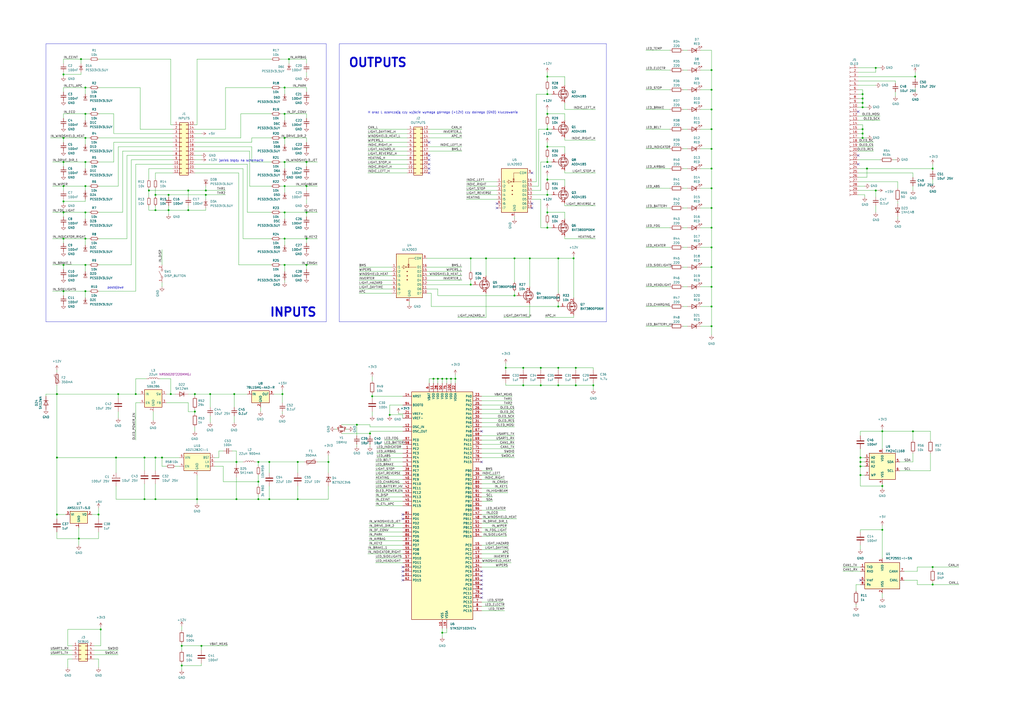
<source format=kicad_sch>
(kicad_sch (version 20230121) (generator eeschema)
  (paper "A2")
  (junction (at 313.69 213.36))
  (junction (at 412.75 40.64))
  (junction (at 317.5 66.04))
  (junction (at 412.75 177.8))
  (junction (at 177.8 107.95))
  (junction (at 36.83 123.19))
  (junction (at 499.11 265.43))
  (junction (at 67.31 265.43))
  (junction (at 49.53 93.98))
  (junction (at 177.8 123.19))
  (junction (at 298.45 149.86))
  (junction (at 165.1 50.8))
  (junction (at 165.1 153.67))
  (junction (at 317.5 123.19))
  (junction (at 36.83 168.91))
  (junction (at 499.11 270.51))
  (junction (at 502.92 97.79))
  (junction (at 36.83 116.84))
  (junction (at 167.64 34.29))
  (junction (at 334.01 223.52))
  (junction (at 412.75 97.79))
  (junction (at 511.81 250.19))
  (junction (at 256.54 367.03))
  (junction (at 508 110.49))
  (junction (at 500.38 59.69))
  (junction (at 113.03 238.76))
  (junction (at 412.75 189.23))
  (junction (at 317.5 132.08))
  (junction (at 156.21 267.97))
  (junction (at 177.8 138.43))
  (junction (at 36.83 43.18))
  (junction (at 499.11 275.59))
  (junction (at 49.53 153.67))
  (junction (at 508 39.37))
  (junction (at 207.01 246.38))
  (junction (at 273.05 165.1))
  (junction (at 49.53 66.04))
  (junction (at 511.81 307.34))
  (junction (at 412.75 120.65))
  (junction (at 121.92 228.6))
  (junction (at 412.75 154.94))
  (junction (at 307.34 149.86))
  (junction (at 190.5 267.97))
  (junction (at 541.02 339.09))
  (junction (at 226.06 240.665))
  (junction (at 177.8 153.67))
  (junction (at 58.42 365.125))
  (junction (at 49.53 138.43))
  (junction (at 45.72 312.42))
  (junction (at 344.17 223.52))
  (junction (at 541.02 328.93))
  (junction (at 323.85 223.52))
  (junction (at 156.21 289.56))
  (junction (at 323.85 177.8))
  (junction (at 149.86 267.97))
  (junction (at 36.83 138.43))
  (junction (at 293.37 213.36))
  (junction (at 177.8 93.98))
  (junction (at 105.41 374.65))
  (junction (at 251.46 219.71))
  (junction (at 281.94 149.86))
  (junction (at 149.86 279.4))
  (junction (at 83.82 289.56))
  (junction (at 317.5 85.09))
  (junction (at 412.75 52.07))
  (junction (at 165.1 123.19))
  (junction (at 530.86 44.45))
  (junction (at 137.16 289.56))
  (junction (at 90.17 265.43))
  (junction (at 57.15 298.45))
  (junction (at 412.75 166.37))
  (junction (at 36.83 153.67))
  (junction (at 303.53 213.36))
  (junction (at 165.1 138.43))
  (junction (at 149.86 289.56))
  (junction (at 114.3 289.56))
  (junction (at 49.53 123.19))
  (junction (at 97.79 121.92))
  (junction (at 317.5 104.14))
  (junction (at 90.17 289.56))
  (junction (at 412.75 143.51))
  (junction (at 256.54 219.71))
  (junction (at 412.75 109.22))
  (junction (at 113.03 228.6))
  (junction (at 334.01 213.36))
  (junction (at 137.16 267.97))
  (junction (at 165.1 93.98))
  (junction (at 78.74 228.6))
  (junction (at 332.74 149.86))
  (junction (at 36.83 80.01))
  (junction (at 172.72 267.97))
  (junction (at 412.75 86.36))
  (junction (at 49.53 80.01))
  (junction (at 99.06 228.6))
  (junction (at 273.05 149.86))
  (junction (at 317.5 113.03))
  (junction (at 33.02 228.6))
  (junction (at 500.38 54.61))
  (junction (at 259.08 219.71))
  (junction (at 68.58 228.6))
  (junction (at 214.63 251.46))
  (junction (at 172.72 289.56))
  (junction (at 499.11 267.97))
  (junction (at 313.69 223.52))
  (junction (at 323.85 213.36))
  (junction (at 83.82 265.43))
  (junction (at 511.81 281.94))
  (junction (at 49.53 168.91))
  (junction (at 86.36 110.49))
  (junction (at 36.83 107.95))
  (junction (at 317.5 54.61))
  (junction (at 317.5 74.93))
  (junction (at 500.38 80.01))
  (junction (at 500.38 57.15))
  (junction (at 46.99 34.29))
  (junction (at 90.17 113.03))
  (junction (at 36.83 93.98))
  (junction (at 303.53 223.52))
  (junction (at 323.85 149.86))
  (junction (at 500.38 74.93))
  (junction (at 109.22 110.49))
  (junction (at 90.17 121.92))
  (junction (at 135.89 228.6))
  (junction (at 529.59 250.19))
  (junction (at 165.1 66.04))
  (junction (at 97.79 113.03))
  (junction (at 119.38 113.03))
  (junction (at 317.5 93.98))
  (junction (at 264.16 219.71))
  (junction (at 298.45 171.45))
  (junction (at 109.22 121.92))
  (junction (at 33.02 265.43))
  (junction (at 163.83 228.6))
  (junction (at 412.75 74.93))
  (junction (at 412.75 132.08))
  (junction (at 541.02 97.79))
  (junction (at 49.53 107.95))
  (junction (at 165.1 107.95))
  (junction (at 93.98 265.43))
  (junction (at 116.84 374.65))
  (junction (at 165.1 80.01))
  (junction (at 317.5 44.45))
  (junction (at 215.9 229.87))
  (junction (at 33.02 298.45))
  (junction (at 500.38 77.47))
  (junction (at 412.75 63.5))
  (junction (at 49.53 50.8))
  (junction (at 119.38 110.49))
  (junction (at 261.62 219.71))
  (junction (at 105.41 386.08))
  (junction (at 500.38 62.23))
  (junction (at 254 219.71))
  (no_connect (at 308.61 118.11))
  (no_connect (at 248.92 95.25))
  (no_connect (at 233.68 331.47))
  (no_connect (at 248.92 90.17))
  (no_connect (at 308.61 120.65))
  (no_connect (at 279.4 346.71))
  (no_connect (at 497.84 90.17))
  (no_connect (at 248.92 97.79))
  (no_connect (at 233.68 328.93))
  (no_connect (at 248.92 92.71))
  (no_connect (at 288.29 120.65))
  (no_connect (at 279.4 250.19))
  (no_connect (at 279.4 341.63))
  (no_connect (at 248.92 100.33))
  (no_connect (at 288.29 118.11))
  (no_connect (at 248.92 82.55))
  (no_connect (at 497.84 64.77))
  (no_connect (at 279.4 344.17))
  (no_connect (at 279.4 334.01))
  (no_connect (at 308.61 100.33))
  (no_connect (at 233.68 334.01))
  (no_connect (at 279.4 331.47))
  (no_connect (at 279.4 267.97))
  (no_connect (at 279.4 336.55))
  (no_connect (at 233.68 336.55))
  (no_connect (at 499.11 336.55))
  (no_connect (at 233.68 300.99))
  (no_connect (at 279.4 339.09))
  (no_connect (at 233.68 298.45))
  (no_connect (at 497.84 95.25))
  (wire (pts (xy 500.38 52.07) (xy 500.38 54.61)))
  (wire (pts (xy 497.84 52.07) (xy 500.38 52.07)))
  (wire (pts (xy 231.14 239.395) (xy 231.14 240.03)))
  (wire (pts (xy 66.04 82.55) (xy 100.33 82.55)))
  (wire (pts (xy 412.75 189.23) (xy 412.75 194.31)))
  (wire (pts (xy 248.92 219.71) (xy 251.46 219.71)))
  (wire (pts (xy 317.5 101.6) (xy 317.5 104.14)))
  (polyline (pts (xy 196.85 186.69) (xy 351.79 186.69)))
  (wire (pts (xy 49.53 97.79) (xy 49.53 93.98)))
  (wire (pts (xy 248.92 219.71) (xy 248.92 222.25)))
  (wire (pts (xy 207.01 246.38) (xy 207.01 252.73)))
  (wire (pts (xy 248.92 80.01) (xy 267.97 80.01)))
  (wire (pts (xy 541.02 328.93) (xy 556.26 328.93)))
  (wire (pts (xy 327.66 118.11) (xy 327.66 119.38)))
  (wire (pts (xy 511.81 307.34) (xy 499.11 307.34)))
  (wire (pts (xy 279.4 285.75) (xy 294.64 285.75)))
  (wire (pts (xy 279.4 323.85) (xy 295.275 323.85)))
  (wire (pts (xy 99.06 72.39) (xy 100.33 72.39)))
  (polyline (pts (xy 189.23 186.69) (xy 26.67 186.69)))
  (wire (pts (xy 29.21 379.73) (xy 41.91 379.73)))
  (wire (pts (xy 499.11 270.51) (xy 501.65 270.51)))
  (wire (pts (xy 529.59 250.19) (xy 529.59 255.27)))
  (wire (pts (xy 532.13 331.47) (xy 532.13 328.93)))
  (wire (pts (xy 496.57 339.09) (xy 499.11 339.09)))
  (wire (pts (xy 279.4 300.99) (xy 299.72 300.99)))
  (wire (pts (xy 165.1 123.19) (xy 162.56 123.19)))
  (wire (pts (xy 247.65 160.02) (xy 267.97 160.02)))
  (wire (pts (xy 521.97 267.97) (xy 529.59 267.97)))
  (wire (pts (xy 313.69 213.36) (xy 323.85 213.36)))
  (wire (pts (xy 317.5 132.08) (xy 320.04 132.08)))
  (wire (pts (xy 114.3 289.56) (xy 90.17 289.56)))
  (wire (pts (xy 46.99 36.83) (xy 46.99 34.29)))
  (wire (pts (xy 116.84 374.65) (xy 116.84 377.19)))
  (wire (pts (xy 323.85 213.36) (xy 323.85 214.63)))
  (wire (pts (xy 71.12 87.63) (xy 71.12 123.19)))
  (wire (pts (xy 303.53 213.36) (xy 303.53 214.63)))
  (wire (pts (xy 163.83 228.6) (xy 163.83 233.68)))
  (wire (pts (xy 500.38 62.23) (xy 497.84 62.23)))
  (wire (pts (xy 213.36 80.01) (xy 236.22 80.01)))
  (wire (pts (xy 149.86 279.4) (xy 149.86 275.59)))
  (wire (pts (xy 307.34 149.86) (xy 307.34 166.37)))
  (wire (pts (xy 217.805 293.37) (xy 233.68 293.37)))
  (wire (pts (xy 93.98 163.83) (xy 93.98 166.37)))
  (wire (pts (xy 177.8 107.95) (xy 165.1 107.95)))
  (wire (pts (xy 406.4 97.79) (xy 412.75 97.79)))
  (wire (pts (xy 312.42 74.93) (xy 312.42 107.95)))
  (wire (pts (xy 511.81 281.94) (xy 499.11 281.94)))
  (wire (pts (xy 90.17 104.14) (xy 90.17 100.33)))
  (wire (pts (xy 217.805 288.29) (xy 233.68 288.29)))
  (wire (pts (xy 177.8 36.83) (xy 177.8 34.29)))
  (wire (pts (xy 172.72 267.97) (xy 172.72 274.32)))
  (wire (pts (xy 279.4 252.73) (xy 298.45 252.73)))
  (wire (pts (xy 273.05 149.86) (xy 281.94 149.86)))
  (wire (pts (xy 49.53 116.84) (xy 49.53 115.57)))
  (wire (pts (xy 406.4 132.08) (xy 412.75 132.08)))
  (wire (pts (xy 303.53 213.36) (xy 313.69 213.36)))
  (wire (pts (xy 57.15 123.19) (xy 71.12 123.19)))
  (wire (pts (xy 313.69 115.57) (xy 313.69 132.08)))
  (wire (pts (xy 157.48 80.01) (xy 146.05 80.01)))
  (wire (pts (xy 119.38 110.49) (xy 130.81 110.49)))
  (wire (pts (xy 273.05 165.1) (xy 274.32 165.1)))
  (wire (pts (xy 256.54 367.03) (xy 256.54 369.57)))
  (wire (pts (xy 194.31 248.92) (xy 195.58 248.92)))
  (wire (pts (xy 45.72 312.42) (xy 33.02 312.42)))
  (wire (pts (xy 279.4 229.87) (xy 297.18 229.87)))
  (wire (pts (xy 215.9 229.87) (xy 215.9 231.14)))
  (wire (pts (xy 412.75 143.51) (xy 412.75 154.94)))
  (wire (pts (xy 265.43 184.15) (xy 281.94 184.15)))
  (wire (pts (xy 218.44 262.89) (xy 233.68 262.89)))
  (wire (pts (xy 406.4 29.21) (xy 412.75 29.21)))
  (wire (pts (xy 279.4 328.93) (xy 294.64 328.93)))
  (wire (pts (xy 93.98 144.78) (xy 93.98 153.67)))
  (wire (pts (xy 217.805 278.13) (xy 233.68 278.13)))
  (wire (pts (xy 165.1 111.76) (xy 165.1 107.95)))
  (wire (pts (xy 279.4 321.31) (xy 295.275 321.31)))
  (wire (pts (xy 177.8 110.49) (xy 177.8 107.95)))
  (wire (pts (xy 105.41 374.65) (xy 105.41 377.19)))
  (wire (pts (xy 323.85 149.86) (xy 332.74 149.86)))
  (wire (pts (xy 279.4 237.49) (xy 298.45 237.49)))
  (wire (pts (xy 156.21 267.97) (xy 172.72 267.97)))
  (wire (pts (xy 327.66 119.38) (xy 345.44 119.38)))
  (wire (pts (xy 293.37 210.82) (xy 293.37 213.36)))
  (wire (pts (xy 36.83 53.34) (xy 36.83 50.8)))
  (wire (pts (xy 214.63 247.65) (xy 233.68 247.65)))
  (wire (pts (xy 86.36 109.22) (xy 86.36 110.49)))
  (wire (pts (xy 497.84 97.79) (xy 502.92 97.79)))
  (wire (pts (xy 256.54 219.71) (xy 259.08 219.71)))
  (wire (pts (xy 499.11 270.51) (xy 499.11 267.97)))
  (wire (pts (xy 67.31 281.94) (xy 67.31 289.56)))
  (wire (pts (xy 149.86 279.4) (xy 129.54 279.4)))
  (wire (pts (xy 90.17 100.33) (xy 100.33 100.33)))
  (wire (pts (xy 406.4 40.64) (xy 412.75 40.64)))
  (wire (pts (xy 497.84 72.39) (xy 500.38 72.39)))
  (wire (pts (xy 279.4 290.83) (xy 285.75 290.83)))
  (wire (pts (xy 520.7 118.11) (xy 520.7 116.84)))
  (wire (pts (xy 313.69 93.98) (xy 317.5 93.98)))
  (wire (pts (xy 165.1 80.01) (xy 162.56 80.01)))
  (wire (pts (xy 313.69 132.08) (xy 317.5 132.08)))
  (wire (pts (xy 317.5 104.14) (xy 317.5 105.41)))
  (wire (pts (xy 215.9 228.6) (xy 215.9 229.87)))
  (wire (pts (xy 49.53 127) (xy 49.53 123.19)))
  (wire (pts (xy 279.4 247.65) (xy 298.45 247.65)))
  (wire (pts (xy 148.59 267.97) (xy 149.86 267.97)))
  (wire (pts (xy 254 219.71) (xy 254 222.25)))
  (wire (pts (xy 78.74 233.68) (xy 81.28 233.68)))
  (wire (pts (xy 213.995 303.53) (xy 233.68 303.53)))
  (wire (pts (xy 497.84 49.53) (xy 508 49.53)))
  (wire (pts (xy 332.74 148.59) (xy 332.74 149.86)))
  (wire (pts (xy 256.54 364.49) (xy 256.54 367.03)))
  (wire (pts (xy 248.92 87.63) (xy 267.97 87.63)))
  (wire (pts (xy 530.86 44.45) (xy 530.86 45.72)))
  (wire (pts (xy 36.83 93.98) (xy 49.53 93.98)))
  (wire (pts (xy 412.75 109.22) (xy 412.75 120.65)))
  (wire (pts (xy 68.58 228.6) (xy 68.58 231.14)))
  (wire (pts (xy 270.51 105.41) (xy 288.29 105.41)))
  (wire (pts (xy 214.63 250.19) (xy 233.68 250.19)))
  (wire (pts (xy 293.37 223.52) (xy 303.53 223.52)))
  (wire (pts (xy 317.5 113.03) (xy 320.04 113.03)))
  (wire (pts (xy 143.51 95.25) (xy 143.51 123.19)))
  (wire (pts (xy 497.84 41.91) (xy 508 41.91)))
  (wire (pts (xy 279.4 354.33) (xy 292.735 354.33)))
  (wire (pts (xy 298.45 168.91) (xy 298.45 171.45)))
  (wire (pts (xy 83.82 280.67) (xy 83.82 289.56)))
  (wire (pts (xy 163.83 240.03) (xy 163.83 238.76)))
  (wire (pts (xy 279.4 260.35) (xy 298.45 260.35)))
  (wire (pts (xy 177.8 96.52) (xy 177.8 93.98)))
  (wire (pts (xy 327.66 123.19) (xy 317.5 123.19)))
  (wire (pts (xy 158.75 228.6) (xy 163.83 228.6)))
  (wire (pts (xy 213.36 90.17) (xy 236.22 90.17)))
  (wire (pts (xy 529.59 250.19) (xy 539.75 250.19)))
  (wire (pts (xy 208.28 157.48) (xy 227.33 157.48)))
  (wire (pts (xy 412.75 154.94) (xy 412.75 166.37)))
  (wire (pts (xy 279.4 262.89) (xy 298.45 262.89)))
  (wire (pts (xy 36.83 68.58) (xy 36.83 66.04)))
  (wire (pts (xy 259.08 364.49) (xy 259.08 367.03)))
  (wire (pts (xy 49.53 142.24) (xy 49.53 138.43)))
  (wire (pts (xy 215.9 218.44) (xy 215.9 220.98)))
  (wire (pts (xy 100.33 85.09) (xy 68.58 85.09)))
  (wire (pts (xy 217.805 275.59) (xy 233.68 275.59)))
  (wire (pts (xy 374.65 86.36) (xy 388.62 86.36)))
  (wire (pts (xy 226.06 234.95) (xy 226.06 240.665)))
  (wire (pts (xy 68.58 238.76) (xy 68.58 242.57)))
  (wire (pts (xy 317.5 129.54) (xy 317.5 132.08)))
  (wire (pts (xy 374.65 63.5) (xy 388.62 63.5)))
  (wire (pts (xy 157.48 34.29) (xy 114.3 34.29)))
  (wire (pts (xy 97.79 121.92) (xy 97.79 124.46)))
  (wire (pts (xy 344.17 223.52) (xy 344.17 222.25)))
  (wire (pts (xy 374.65 166.37) (xy 388.62 166.37)))
  (wire (pts (xy 208.28 160.02) (xy 227.33 160.02)))
  (wire (pts (xy 412.75 120.65) (xy 412.75 132.08)))
  (wire (pts (xy 279.4 298.45) (xy 288.925 298.45)))
  (wire (pts (xy 500.38 80.01) (xy 497.84 80.01)))
  (wire (pts (xy 539.75 273.05) (xy 539.75 262.89)))
  (wire (pts (xy 396.24 166.37) (xy 398.78 166.37)))
  (wire (pts (xy 406.4 154.94) (xy 412.75 154.94)))
  (wire (pts (xy 259.08 219.71) (xy 261.62 219.71)))
  (wire (pts (xy 313.69 222.25) (xy 313.69 223.52)))
  (wire (pts (xy 279.4 245.11) (xy 298.45 245.11)))
  (wire (pts (xy 273.05 162.56) (xy 273.05 165.1)))
  (wire (pts (xy 213.36 92.71) (xy 236.22 92.71)))
  (wire (pts (xy 36.83 168.91) (xy 49.53 168.91)))
  (wire (pts (xy 177.8 123.19) (xy 165.1 123.19)))
  (wire (pts (xy 279.4 326.39) (xy 296.545 326.39)))
  (wire (pts (xy 496.57 350.52) (xy 496.57 351.79)))
  (wire (pts (xy 57.15 382.27) (xy 57.15 387.35)))
  (wire (pts (xy 97.79 119.38) (xy 97.79 121.92)))
  (wire (pts (xy 217.805 323.85) (xy 233.68 323.85)))
  (wire (pts (xy 279.4 308.61) (xy 294.005 308.61)))
  (wire (pts (xy 508 110.49) (xy 509.27 110.49)))
  (wire (pts (xy 86.36 110.49) (xy 86.36 114.3)))
  (wire (pts (xy 529.59 107.95) (xy 529.59 110.49)))
  (wire (pts (xy 86.36 104.14) (xy 86.36 97.79)))
  (wire (pts (xy 327.66 63.5) (xy 345.44 63.5)))
  (wire (pts (xy 303.53 223.52) (xy 313.69 223.52)))
  (wire (pts (xy 101.6 228.6) (xy 99.06 228.6)))
  (wire (pts (xy 500.38 54.61) (xy 500.38 57.15)))
  (wire (pts (xy 113.03 238.76) (xy 109.22 238.76)))
  (wire (pts (xy 499.11 260.35) (xy 499.11 265.43)))
  (wire (pts (xy 49.53 69.85) (xy 49.53 66.04)))
  (wire (pts (xy 374.65 189.23) (xy 388.62 189.23)))
  (wire (pts (xy 247.65 154.94) (xy 267.97 154.94)))
  (wire (pts (xy 165.1 157.48) (xy 165.1 153.67)))
  (wire (pts (xy 327.66 137.16) (xy 327.66 138.43)))
  (wire (pts (xy 49.53 66.04) (xy 52.07 66.04)))
  (wire (pts (xy 316.23 184.15) (xy 332.74 184.15)))
  (wire (pts (xy 539.75 250.19) (xy 539.75 255.27)))
  (wire (pts (xy 78.74 219.71) (xy 85.09 219.71)))
  (wire (pts (xy 138.43 100.33) (xy 138.43 153.67)))
  (wire (pts (xy 113.03 80.01) (xy 139.7 80.01)))
  (wire (pts (xy 281.94 149.86) (xy 298.45 149.86)))
  (wire (pts (xy 279.4 265.43) (xy 298.45 265.43)))
  (wire (pts (xy 259.08 219.71) (xy 259.08 222.25)))
  (wire (pts (xy 121.92 236.22) (xy 121.92 228.6)))
  (wire (pts (xy 81.28 74.93) (xy 81.28 50.8)))
  (wire (pts (xy 165.1 153.67) (xy 162.56 153.67)))
  (wire (pts (xy 146.05 85.09) (xy 146.05 93.98)))
  (wire (pts (xy 497.84 44.45) (xy 530.86 44.45)))
  (wire (pts (xy 49.53 50.8) (xy 52.07 50.8)))
  (wire (pts (xy 500.38 72.39) (xy 500.38 74.93)))
  (wire (pts (xy 165.1 162.56) (xy 165.1 163.83)))
  (wire (pts (xy 327.66 85.09) (xy 317.5 85.09)))
  (wire (pts (xy 54.61 377.19) (xy 68.58 377.19)))
  (wire (pts (xy 497.84 67.31) (xy 510.54 67.31)))
  (wire (pts (xy 49.53 153.67) (xy 52.07 153.67)))
  (wire (pts (xy 177.8 68.58) (xy 177.8 66.04)))
  (wire (pts (xy 499.11 250.19) (xy 499.11 252.73)))
  (wire (pts (xy 396.24 40.64) (xy 398.78 40.64)))
  (wire (pts (xy 36.83 43.18) (xy 36.83 41.91)))
  (wire (pts (xy 97.79 121.92) (xy 90.17 121.92)))
  (wire (pts (xy 213.36 100.33) (xy 236.22 100.33)))
  (wire (pts (xy 217.805 326.39) (xy 233.68 326.39)))
  (wire (pts (xy 521.97 273.05) (xy 539.75 273.05)))
  (wire (pts (xy 137.16 267.97) (xy 140.97 267.97)))
  (wire (pts (xy 137.16 289.56) (xy 114.3 289.56)))
  (wire (pts (xy 247.65 165.1) (xy 273.05 165.1)))
  (wire (pts (xy 327.66 104.14) (xy 317.5 104.14)))
  (wire (pts (xy 279.4 234.95) (xy 297.18 234.95)))
  (wire (pts (xy 213.995 306.07) (xy 233.68 306.07)))
  (wire (pts (xy 57.15 50.8) (xy 81.28 50.8)))
  (wire (pts (xy 36.83 34.29) (xy 46.99 34.29)))
  (wire (pts (xy 254 171.45) (xy 298.45 171.45)))
  (wire (pts (xy 396.24 154.94) (xy 398.78 154.94)))
  (wire (pts (xy 412.75 63.5) (xy 412.75 74.93)))
  (wire (pts (xy 317.5 123.19) (xy 317.5 124.46)))
  (wire (pts (xy 251.46 219.71) (xy 251.46 222.25)))
  (wire (pts (xy 412.75 97.79) (xy 412.75 109.22)))
  (wire (pts (xy 29.21 377.19) (xy 41.91 377.19)))
  (polyline (pts (xy 351.79 186.69) (xy 351.79 25.4)))
  (wire (pts (xy 66.04 82.55) (xy 66.04 93.98)))
  (wire (pts (xy 497.84 82.55) (xy 506.73 82.55)))
  (wire (pts (xy 497.84 100.33) (xy 529.59 100.33)))
  (wire (pts (xy 374.65 97.79) (xy 388.62 97.79)))
  (wire (pts (xy 33.02 298.45) (xy 38.1 298.45)))
  (wire (pts (xy 529.59 262.89) (xy 529.59 267.97)))
  (wire (pts (xy 114.3 289.56) (xy 114.3 292.1)))
  (wire (pts (xy 200.66 248.92) (xy 201.93 248.92)))
  (wire (pts (xy 374.65 177.8) (xy 388.62 177.8)))
  (wire (pts (xy 396.24 189.23) (xy 398.78 189.23)))
  (wire (pts (xy 406.4 143.51) (xy 412.75 143.51)))
  (wire (pts (xy 323.85 175.26) (xy 323.85 177.8)))
  (wire (pts (xy 33.02 312.42) (xy 33.02 308.61)))
  (wire (pts (xy 501.65 113.03) (xy 497.84 113.03)))
  (wire (pts (xy 396.24 97.79) (xy 398.78 97.79)))
  (wire (pts (xy 114.3 34.29) (xy 114.3 72.39)))
  (wire (pts (xy 177.8 34.29) (xy 167.64 34.29)))
  (wire (pts (xy 511.81 281.94) (xy 511.81 283.21)))
  (wire (pts (xy 33.02 265.43) (xy 33.02 298.45)))
  (wire (pts (xy 334.01 222.25) (xy 334.01 223.52)))
  (wire (pts (xy 167.64 34.29) (xy 162.56 34.29)))
  (wire (pts (xy 36.83 107.95) (xy 49.53 107.95)))
  (wire (pts (xy 396.24 63.5) (xy 398.78 63.5)))
  (wire (pts (xy 139.7 80.01) (xy 139.7 66.04)))
  (wire (pts (xy 45.72 312.42) (xy 45.72 316.23)))
  (wire (pts (xy 177.8 66.04) (xy 165.1 66.04)))
  (wire (pts (xy 157.48 153.67) (xy 138.43 153.67)))
  (wire (pts (xy 511.81 323.85) (xy 511.81 307.34)))
  (wire (pts (xy 323.85 177.8) (xy 325.12 177.8)))
  (wire (pts (xy 177.8 153.67) (xy 165.1 153.67)))
  (wire (pts (xy 86.36 110.49) (xy 109.22 110.49)))
  (wire (pts (xy 100.33 95.25) (xy 78.74 95.25)))
  (wire (pts (xy 247.65 167.64) (xy 254 167.64)))
  (wire (pts (xy 217.805 283.21) (xy 233.68 283.21)))
  (wire (pts (xy 157.48 123.19) (xy 143.51 123.19)))
  (wire (pts (xy 250.19 170.18) (xy 247.65 170.18)))
  (wire (pts (xy 406.4 109.22) (xy 412.75 109.22)))
  (wire (pts (xy 129.54 261.62) (xy 127 261.62)))
  (wire (pts (xy 334.01 213.36) (xy 334.01 214.63)))
  (wire (pts (xy 49.53 138.43) (xy 52.07 138.43)))
  (wire (pts (xy 250.19 177.8) (xy 323.85 177.8)))
  (wire (pts (xy 156.21 274.32) (xy 156.21 267.97)))
  (wire (pts (xy 109.22 228.6) (xy 113.03 228.6)))
  (wire (pts (xy 374.65 109.22) (xy 388.62 109.22)))
  (wire (pts (xy 270.51 107.95) (xy 288.29 107.95)))
  (wire (pts (xy 374.65 52.07) (xy 388.62 52.07)))
  (wire (pts (xy 308.61 113.03) (xy 317.5 113.03)))
  (wire (pts (xy 222.885 257.81) (xy 233.68 257.81)))
  (wire (pts (xy 279.4 275.59) (xy 290.195 275.59)))
  (wire (pts (xy 167.64 36.83) (xy 167.64 34.29)))
  (wire (pts (xy 317.5 44.45) (xy 317.5 46.99)))
  (wire (pts (xy 33.02 214.63) (xy 33.02 215.9)))
  (wire (pts (xy 541.02 339.09) (xy 532.13 339.09)))
  (wire (pts (xy 520.7 105.41) (xy 520.7 109.22)))
  (wire (pts (xy 121.92 245.11) (xy 121.92 241.3)))
  (wire (pts (xy 317.5 63.5) (xy 317.5 66.04)))
  (wire (pts (xy 86.36 119.38) (xy 86.36 121.92)))
  (wire (pts (xy 41.91 374.65) (xy 39.37 374.65)))
  (wire (pts (xy 218.44 265.43) (xy 233.68 265.43)))
  (wire (pts (xy 165.1 142.24) (xy 165.1 138.43)))
  (wire (pts (xy 57.15 93.98) (xy 66.04 93.98)))
  (wire (pts (xy 279.4 257.81) (xy 298.45 257.81)))
  (wire (pts (xy 92.71 219.71) (xy 99.06 219.71)))
  (wire (pts (xy 129.54 279.4) (xy 129.54 270.51)))
  (wire (pts (xy 49.53 157.48) (xy 49.53 153.67)))
  (wire (pts (xy 113.03 74.93) (xy 130.81 74.93)))
  (wire (pts (xy 184.15 138.43) (xy 177.8 138.43)))
  (wire (pts (xy 327.66 81.28) (xy 345.44 81.28)))
  (wire (pts (xy 149.86 267.97) (xy 149.86 270.51)))
  (wire (pts (xy 313.69 213.36) (xy 313.69 214.63)))
  (wire (pts (xy 334.01 213.36) (xy 344.17 213.36)))
  (wire (pts (xy 184.15 267.97) (xy 190.5 267.97)))
  (wire (pts (xy 177.8 140.97) (xy 177.8 138.43)))
  (wire (pts (xy 237.49 175.26) (xy 237.49 176.53)))
  (wire (pts (xy 215.9 238.76) (xy 215.9 241.3)))
  (wire (pts (xy 308.61 110.49) (xy 313.69 110.49)))
  (wire (pts (xy 57.15 138.43) (xy 73.66 138.43)))
  (wire (pts (xy 511.81 280.67) (xy 511.81 281.94)))
  (wire (pts (xy 327.66 80.01) (xy 327.66 81.28)))
  (wire (pts (xy 254 219.71) (xy 256.54 219.71)))
  (wire (pts (xy 90.17 265.43) (xy 93.98 265.43)))
  (wire (pts (xy 100.33 90.17) (xy 73.66 90.17)))
  (wire (pts (xy 213.995 316.23) (xy 233.68 316.23)))
  (wire (pts (xy 86.36 97.79) (xy 100.33 97.79)))
  (wire (pts (xy 406.4 74.93) (xy 412.75 74.93)))
  (wire (pts (xy 190.5 281.94) (xy 190.5 289.56)))
  (wire (pts (xy 198.12 246.38) (xy 207.01 246.38)))
  (wire (pts (xy 90.17 113.03) (xy 97.79 113.03)))
  (wire (pts (xy 105.41 373.38) (xy 105.41 374.65)))
  (wire (pts (xy 49.53 54.61) (xy 49.53 50.8)))
  (wire (pts (xy 165.1 69.85) (xy 165.1 66.04)))
  (wire (pts (xy 497.84 69.85) (xy 510.54 69.85)))
  (wire (pts (xy 406.4 189.23) (xy 412.75 189.23)))
  (wire (pts (xy 172.72 289.56) (xy 190.5 289.56)))
  (wire (pts (xy 313.69 110.49) (xy 313.69 93.98)))
  (wire (pts (xy 317.5 91.44) (xy 317.5 93.98)))
  (wire (pts (xy 109.22 110.49) (xy 109.22 114.3)))
  (wire (pts (xy 149.86 289.56) (xy 137.16 289.56)))
  (wire (pts (xy 213.995 313.69) (xy 233.68 313.69)))
  (wire (pts (xy 99.06 228.6) (xy 96.52 228.6)))
  (wire (pts (xy 264.16 219.71) (xy 264.16 222.25)))
  (wire (pts (xy 248.92 77.47) (xy 267.97 77.47)))
  (wire (pts (xy 26.67 228.6) (xy 33.02 228.6)))
  (wire (pts (xy 130.81 74.93) (xy 130.81 50.8)))
  (wire (pts (xy 502.92 80.01) (xy 500.38 80.01)))
  (wire (pts (xy 36.83 156.21) (xy 36.83 153.67)))
  (wire (pts (xy 307.34 176.53) (xy 307.34 184.15)))
  (wire (pts (xy 317.5 41.91) (xy 317.5 44.45)))
  (wire (pts (xy 541.02 337.82) (xy 541.02 339.09)))
  (wire (pts (xy 36.83 66.04) (xy 49.53 66.04)))
  (wire (pts (xy 497.84 105.41) (xy 520.7 105.41)))
  (wire (pts (xy 317.5 82.55) (xy 317.5 85.09)))
  (wire (pts (xy 327.66 138.43) (xy 345.44 138.43)))
  (wire (pts (xy 307.34 149.86) (xy 323.85 149.86)))
  (wire (pts (xy 520.7 127) (xy 520.7 125.73)))
  (wire (pts (xy 412.75 40.64) (xy 412.75 52.07)))
  (wire (pts (xy 30.48 153.67) (xy 36.83 153.67)))
  (wire (pts (xy 510.54 39.37) (xy 508 39.37)))
  (wire (pts (xy 177.8 80.01) (xy 165.1 80.01)))
  (wire (pts (xy 190.5 267.97) (xy 190.5 274.32)))
  (wire (pts (xy 259.08 367.03) (xy 256.54 367.03)))
  (wire (pts (xy 308.61 105.41) (xy 311.15 105.41)))
  (wire (pts (xy 213.995 311.15) (xy 233.68 311.15)))
  (wire (pts (xy 49.53 107.95) (xy 52.07 107.95)))
  (wire (pts (xy 137.16 269.24) (xy 137.16 267.97)))
  (wire (pts (xy 374.65 143.51) (xy 388.62 143.51)))
  (wire (pts (xy 213.36 85.09) (xy 236.22 85.09)))
  (wire (pts (xy 500.38 74.93) (xy 497.84 74.93)))
  (wire (pts (xy 213.36 95.25) (xy 236.22 95.25)))
  (wire (pts (xy 279.4 280.67) (xy 294.64 280.67)))
  (wire (pts (xy 90.17 113.03) (xy 90.17 114.3)))
  (wire (pts (xy 198.12 251.46) (xy 214.63 251.46)))
  (wire (pts (xy 68.58 85.09) (xy 68.58 107.95)))
  (wire (pts (xy 184.15 123.19) (xy 177.8 123.19)))
  (wire (pts (xy 165.1 97.79) (xy 165.1 93.98)))
  (wire (pts (xy 36.83 115.57) (xy 36.83 116.84)))
  (wire (pts (xy 519.43 46.99) (xy 519.43 48.26)))
  (wire (pts (xy 90.17 273.05) (xy 90.17 265.43)))
  (wire (pts (xy 214.63 250.19) (xy 214.63 251.46)))
  (wire (pts (xy 57.15 80.01) (xy 100.33 80.01)))
  (wire (pts (xy 157.48 138.43) (xy 140.97 138.43)))
  (wire (pts (xy 279.4 278.13) (xy 292.735 278.13)))
  (wire (pts (xy 97.79 121.92) (xy 109.22 121.92)))
  (wire (pts (xy 344.17 213.36) (xy 344.17 214.63)))
  (wire (pts (xy 251.46 219.71) (xy 254 219.71)))
  (wire (pts (xy 54.61 374.65) (xy 58.42 374.65)))
  (wire (pts (xy 36.83 36.83) (xy 36.83 34.29)))
  (wire (pts (xy 58.42 365.125) (xy 58.42 374.65)))
  (wire (pts (xy 213.36 82.55) (xy 236.22 82.55)))
  (wire (pts (xy 90.17 289.56) (xy 83.82 289.56)))
  (wire (pts (xy 499.11 281.94) (xy 499.11 275.59)))
  (wire (pts (xy 279.4 240.03) (xy 298.45 240.03)))
  (wire (pts (xy 317.5 85.09) (xy 317.5 86.36)))
  (wire (pts (xy 177.8 138.43) (xy 165.1 138.43)))
  (wire (pts (xy 146.05 93.98) (xy 157.48 93.98)))
  (wire (pts (xy 511.81 344.17) (xy 511.81 346.71)))
  (wire (pts (xy 90.17 280.67) (xy 90.17 289.56)))
  (wire (pts (xy 270.51 110.49) (xy 288.29 110.49)))
  (wire (pts (xy 36.83 153.67) (xy 49.53 153.67)))
  (wire (pts (xy 58.42 365.125) (xy 39.37 365.125)))
  (wire (pts (xy 113.03 240.03) (xy 113.03 238.76)))
  (wire (pts (xy 165.1 50.8) (xy 162.56 50.8)))
  (wire (pts (xy 29.21 80.01) (xy 36.83 80.01)))
  (wire (pts (xy 406.4 177.8) (xy 412.75 177.8)))
  (wire (pts (xy 151.13 238.76) (xy 151.13 236.22)))
  (wire (pts (xy 279.4 255.27) (xy 298.45 255.27)))
  (wire (pts (xy 116.84 374.65) (xy 132.08 374.65)))
  (wire (pts (xy 511.81 250.19) (xy 511.81 260.35)))
  (wire (pts (xy 57.15 298.45) (xy 57.15 300.99)))
  (wire (pts (xy 33.02 265.43) (xy 67.31 265.43)))
  (wire (pts (xy 323.85 223.52) (xy 334.01 223.52)))
  (wire (pts (xy 279.4 318.77) (xy 295.275 318.77)))
  (wire (pts (xy 500.38 59.69) (xy 500.38 62.23)))
  (wire (pts (xy 49.53 80.01) (xy 52.07 80.01)))
  (wire (pts (xy 303.53 222.25) (xy 303.53 223.52)))
  (wire (pts (xy 30.48 168.91) (xy 36.83 168.91)))
  (wire (pts (xy 218.44 260.35) (xy 233.68 260.35)))
  (wire (pts (xy 334.01 223.52) (xy 344.17 223.52)))
  (wire (pts (xy 105.41 384.81) (xy 105.41 386.08)))
  (wire (pts (xy 163.83 226.06) (xy 163.83 228.6)))
  (wire (pts (xy 213.36 97.79) (xy 236.22 97.79)))
  (wire (pts (xy 119.38 121.92) (xy 119.38 120.65)))
  (wire (pts (xy 532.13 339.09) (xy 532.13 336.55)))
  (wire (pts (xy 119.38 113.03) (xy 130.81 113.03)))
  (wire (pts (xy 261.62 219.71) (xy 264.16 219.71)))
  (wire (pts (xy 177.8 125.73) (xy 177.8 123.19)))
  (wire (pts (xy 396.24 177.8) (xy 398.78 177.8)))
  (wire (pts (xy 317.5 120.65) (xy 317.5 123.19)))
  (wire (pts (xy 396.24 74.93) (xy 398.78 74.93)))
  (wire (pts (xy 165.1 54.61) (xy 165.1 50.8)))
  (wire (pts (xy 273.05 149.86) (xy 273.05 157.48)))
  (wire (pts (xy 177.8 82.55) (xy 177.8 80.01)))
  (wire (pts (xy 99.06 34.29) (xy 99.06 72.39)))
  (wire (pts (xy 156.21 281.94) (xy 156.21 289.56)))
  (wire (pts (xy 406.4 52.07) (xy 412.75 52.07)))
  (wire (pts (xy 412.75 86.36) (xy 412.75 97.79)))
  (wire (pts (xy 396.24 120.65) (xy 398.78 120.65)))
  (wire (pts (xy 36.83 125.73) (xy 36.83 123.19)))
  (wire (pts (xy 497.84 46.99) (xy 519.43 46.99)))
  (wire (pts (xy 119.38 113.03) (xy 119.38 115.57)))
  (wire (pts (xy 67.31 289.56) (xy 83.82 289.56)))
  (wire (pts (xy 308.61 115.57) (xy 313.69 115.57)))
  (wire (pts (xy 374.65 29.21) (xy 388.62 29.21)))
  (polyline (pts (xy 189.23 25.4) (xy 189.23 186.69)))
  (wire (pts (xy 217.805 290.83) (xy 233.68 290.83)))
  (wire (pts (xy 73.66 90.17) (xy 73.66 138.43)))
  (wire (pts (xy 530.86 44.45) (xy 530.86 41.91)))
  (wire (pts (xy 499.11 307.34) (xy 499.11 308.61)))
  (wire (pts (xy 149.86 287.02) (xy 149.86 289.56)))
  (wire (pts (xy 248.92 74.93) (xy 267.97 74.93)))
  (wire (pts (xy 121.92 228.6) (xy 135.89 228.6)))
  (wire (pts (xy 270.51 115.57) (xy 288.29 115.57)))
  (wire (pts (xy 177.8 41.91) (xy 177.8 44.45)))
  (wire (pts (xy 213.36 77.47) (xy 236.22 77.47)))
  (wire (pts (xy 508 114.3) (xy 508 110.49)))
  (wire (pts (xy 279.4 306.07) (xy 294.005 306.07)))
  (wire (pts (xy 208.28 154.94) (xy 227.33 154.94)))
  (wire (pts (xy 396.24 86.36) (xy 398.78 86.36)))
  (wire (pts (xy 248.92 85.09) (xy 267.97 85.09)))
  (wire (pts (xy 144.78 87.63) (xy 144.78 107.95)))
  (wire (pts (xy 214.63 251.46) (xy 214.63 252.73)))
  (wire (pts (xy 298.45 149.86) (xy 298.45 163.83)))
  (wire (pts (xy 105.41 386.08) (xy 105.41 388.62)))
  (wire (pts (xy 137.16 276.86) (xy 137.16 289.56)))
  (wire (pts (xy 500.38 57.15) (xy 500.38 59.69)))
  (polyline (pts (xy 26.67 25.4) (xy 189.23 25.4)))
  (wire (pts (xy 165.1 66.04) (xy 162.56 66.04)))
  (wire (pts (xy 511.81 250.19) (xy 529.59 250.19)))
  (wire (pts (xy 113.03 97.79) (xy 140.97 97.79)))
  (wire (pts (xy 374.65 40.64) (xy 388.62 40.64)))
  (wire (pts (xy 327.66 99.06) (xy 327.66 100.33)))
  (wire (pts (xy 165.1 138.43) (xy 162.56 138.43)))
  (wire (pts (xy 499.11 275.59) (xy 499.11 270.51)))
  (wire (pts (xy 396.24 52.07) (xy 398.78 52.07)))
  (wire (pts (xy 217.805 285.75) (xy 233.68 285.75)))
  (wire (pts (xy 36.83 138.43) (xy 49.53 138.43)))
  (wire (pts (xy 298.45 171.45) (xy 299.72 171.45)))
  (wire (pts (xy 45.72 312.42) (xy 57.15 312.42)))
  (wire (pts (xy 113.03 250.19) (xy 113.03 247.65)))
  (wire (pts (xy 374.65 132.08) (xy 388.62 132.08)))
  (wire (pts (xy 506.73 85.09) (xy 497.84 85.09)))
  (wire (pts (xy 256.54 219.71) (xy 256.54 222.25)))
  (wire (pts (xy 144.78 107.95) (xy 157.48 107.95)))
  (wire (pts (xy 177.8 53.34) (xy 177.8 50.8)))
  (wire (pts (xy 36.83 82.55) (xy 36.83 80.01)))
  (wire (pts (xy 279.4 311.15) (xy 294.005 311.15)))
  (wire (pts (xy 36.83 96.52) (xy 36.83 93.98)))
  (wire (pts (xy 207.01 246.38) (xy 214.63 246.38)))
  (wire (pts (xy 99.06 219.71) (xy 99.06 228.6)))
  (wire (pts (xy 165.1 93.98) (xy 162.56 93.98)))
  (wire (pts (xy 327.66 127) (xy 327.66 123.19)))
  (wire (pts (xy 499.11 267.97) (xy 499.11 265.43)))
  (wire (pts (xy 524.51 331.47) (xy 532.13 331.47)))
  (wire (pts (xy 293.37 222.25) (xy 293.37 223.52)))
  (wire (pts (xy 57.15 168.91) (xy 78.74 168.91)))
  (wire (pts (xy 113.03 87.63) (xy 144.78 87.63)))
  (wire (pts (xy 279.4 288.29) (xy 285.75 288.29)))
  (wire (pts (xy 496.57 342.9) (xy 496.57 339.09)))
  (wire (pts (xy 541.02 104.14) (xy 541.02 106.68)))
  (wire (pts (xy 113.03 90.17) (xy 116.84 90.17)))
  (wire (pts (xy 53.34 298.45) (xy 57.15 298.45)))
  (wire (pts (xy 39.37 382.27) (xy 41.91 382.27)))
  (wire (pts (xy 213.36 321.31) (xy 233.68 321.31)))
  (wire (pts (xy 374.65 120.65) (xy 388.62 120.65)))
  (wire (pts (xy 66.04 77.47) (xy 66.04 66.04)))
  (wire (pts (xy 396.24 143.51) (xy 398.78 143.51)))
  (wire (pts (xy 406.4 120.65) (xy 412.75 120.65)))
  (wire (pts (xy 412.75 29.21) (xy 412.75 40.64)))
  (wire (pts (xy 208.28 165.1) (xy 227.33 165.1)))
  (wire (pts (xy 58.42 363.855) (xy 58.42 365.125)))
  (wire (pts (xy 129.54 270.51) (xy 124.46 270.51)))
  (wire (pts (xy 406.4 166.37) (xy 412.75 166.37)))
  (wire (pts (xy 344.17 223.52) (xy 344.17 226.06)))
  (wire (pts (xy 100.33 87.63) (xy 71.12 87.63)))
  (wire (pts (xy 279.4 295.91) (xy 293.37 295.91)))
  (wire (pts (xy 264.16 217.17) (xy 264.16 219.71)))
  (wire (pts (xy 298.45 125.73) (xy 298.45 127)))
  (wire (pts (xy 66.04 77.47) (xy 100.33 77.47)))
  (wire (pts (xy 46.99 43.18) (xy 36.83 43.18)))
  (polyline (pts (xy 196.85 25.4) (xy 351.79 25.4)))
  (wire (pts (xy 39.37 365.125) (xy 39.37 374.65)))
  (wire (pts (xy 217.805 273.05) (xy 233.68 273.05)))
  (wire (pts (xy 177.8 115.57) (xy 177.8 118.11)))
  (wire (pts (xy 247.65 157.48) (xy 267.97 157.48)))
  (wire (pts (xy 149.86 267.97) (xy 156.21 267.97)))
  (wire (pts (xy 327.66 107.95) (xy 327.66 104.14)))
  (wire (pts (xy 140.97 97.79) (xy 140.97 138.43)))
  (wire (pts (xy 327.66 69.85) (xy 327.66 66.04)))
  (wire (pts (xy 33.02 223.52) (xy 33.02 228.6)))
  (wire (pts (xy 497.84 102.87) (xy 502.92 102.87)))
  (wire (pts (xy 113.03 95.25) (xy 143.51 95.25)))
  (wire (pts (xy 88.9 238.76) (xy 88.9 243.84)))
  (wire (pts (xy 109.22 238.76) (xy 109.22 233.68)))
  (wire (pts (xy 54.61 379.73) (xy 68.58 379.73)))
  (wire (pts (xy 49.53 110.49) (xy 49.53 107.95)))
  (wire (pts (xy 113.03 77.47) (xy 116.84 77.47)))
  (wire (pts (xy 30.48 138.43) (xy 36.83 138.43)))
  (wire (pts (xy 293.37 213.36) (xy 293.37 214.63)))
  (wire (pts (xy 502.92 97.79) (xy 502.92 102.87)))
  (wire (pts (xy 541.02 339.09) (xy 556.26 339.09)))
  (wire (pts (xy 124.46 265.43) (xy 127 265.43)))
  (wire (pts (xy 374.65 74.93) (xy 388.62 74.93)))
  (wire (pts (xy 46.99 34.29) (xy 52.07 34.29)))
  (wire (pts (xy 497.84 59.69) (xy 500.38 59.69)))
  (wire (pts (xy 97.79 113.03) (xy 97.79 114.3)))
  (wire (pts (xy 396.24 109.22) (xy 398.78 109.22)))
  (wire (pts (xy 279.4 303.53) (xy 294.64 303.53)))
  (wire (pts (xy 374.65 154.94) (xy 388.62 154.94)))
  (wire (pts (xy 57.15 107.95) (xy 68.58 107.95)))
  (wire (pts (xy 519.43 53.34) (xy 519.43 55.88)))
  (wire (pts (xy 532.13 336.55) (xy 524.51 336.55)))
  (wire (pts (xy 33.02 300.99) (xy 33.02 298.45)))
  (wire (pts (xy 36.83 50.8) (xy 49.53 50.8)))
  (wire (pts (xy 113.03 100.33) (xy 138.43 100.33)))
  (wire (pts (xy 116.84 386.08) (xy 116.84 384.81)))
  (wire (pts (xy 323.85 222.25) (xy 323.85 223.52)))
  (polyline (pts (xy 196.85 25.4) (xy 196.85 186.69)))
  (wire (pts (xy 213.995 308.61) (xy 233.68 308.61)))
  (wire (pts (xy 332.74 149.86) (xy 332.74 172.72)))
  (wire (pts (xy 105.41 363.22) (xy 105.41 365.76)))
  (wire (pts (xy 177.8 93.98) (xy 165.1 93.98)))
  (wire (pts (xy 497.84 77.47) (xy 500.38 77.47)))
  (wire (pts (xy 313.69 223.52) (xy 323.85 223.52)))
  (wire (pts (xy 311.15 105.41) (xy 311.15 54.61)))
  (wire (pts (xy 67.31 265.43) (xy 83.82 265.43)))
  (wire (pts (xy 332.74 182.88) (xy 332.74 184.15)))
  (wire (pts (xy 497.84 54.61) (xy 500.38 54.61)))
  (wire (pts (xy 541.02 97.79) (xy 541.02 99.06)))
  (wire (pts (xy 511.81 250.19) (xy 499.11 250.19)))
  (wire (pts (xy 311.15 54.61) (xy 317.5 54.61)))
  (wire (pts (xy 57.15 66.04) (xy 66.04 66.04)))
  (wire (pts (xy 412.75 132.08) (xy 412.75 143.51)))
  (wire (pts (xy 317.5 52.07) (xy 317.5 54.61)))
  (wire (pts (xy 135.89 228.6) (xy 143.51 228.6)))
  (wire (pts (xy 208.28 170.18) (xy 227.33 170.18)))
  (wire (pts (xy 114.3 72.39) (xy 113.03 72.39)))
  (wire (pts (xy 121.92 228.6) (xy 113.03 228.6)))
  (wire (pts (xy 500.38 77.47) (xy 500.38 74.93)))
  (wire (pts (xy 146.05 82.55) (xy 113.03 82.55)))
  (wire (pts (xy 532.13 328.93) (xy 541.02 328.93)))
  (wire (pts (xy 135.89 236.22) (xy 135.89 228.6)))
  (wire (pts (xy 406.4 86.36) (xy 412.75 86.36)))
  (wire (pts (xy 231.14 240.03) (xy 233.68 240.03)))
  (wire (pts (xy 281.94 170.18) (xy 281.94 184.15)))
  (wire (pts (xy 57.15 312.42) (xy 57.15 308.61)))
  (wire (pts (xy 36.83 140.97) (xy 36.83 138.43)))
  (wire (pts (xy 510.54 92.71) (xy 497.84 92.71)))
  (wire (pts (xy 497.84 87.63) (xy 506.73 87.63)))
  (wire (pts (xy 36.83 123.19) (xy 49.53 123.19)))
  (wire (pts (xy 156.21 289.56) (xy 172.72 289.56)))
  (wire (pts (xy 279.4 349.25) (xy 292.1 349.25)))
  (wire (pts (xy 530.86 50.8) (xy 530.86 53.34)))
  (wire (pts (xy 250.19 177.8) (xy 250.19 170.18)))
  (wire (pts (xy 93.98 265.43) (xy 104.14 265.43)))
  (wire (pts (xy 137.16 261.62) (xy 137.16 267.97)))
  (wire (pts (xy 217.805 270.51) (xy 233.68 270.51)))
  (polyline (pts (xy 26.67 25.4) (xy 26.67 186.69)))
  (wire (pts (xy 279.4 316.23) (xy 295.275 316.23)))
  (wire (pts (xy 36.83 116.84) (xy 49.53 116.84)))
  (wire (pts (xy 317.5 54.61) (xy 320.04 54.61)))
  (wire (pts (xy 208.28 167.64) (xy 227.33 167.64)))
  (wire (pts (xy 323.85 213.36) (xy 334.01 213.36)))
  (wire (pts (xy 214.63 257.81) (xy 214.63 259.08)))
  (wire (pts (xy 45.72 306.07) (xy 45.72 312.42)))
  (wire (pts (xy 57.15 294.64) (xy 57.15 298.45)))
  (wire (pts (xy 113.03 228.6) (xy 113.03 229.87)))
  (wire (pts (xy 217.805 280.67) (xy 233.68 280.67)))
  (wire (pts (xy 165.1 50.8) (xy 177.8 50.8)))
  (wire (pts (xy 127 265.43) (xy 127 261.62)))
  (wire (pts (xy 139.7 66.04) (xy 157.48 66.04)))
  (wire (pts (xy 184.15 93.98) (xy 177.8 93.98)))
  (wire (pts (xy 412.75 74.93) (xy 412.75 86.36)))
  (wire (pts (xy 81.28 228.6) (xy 78.74 228.6)))
  (wire (pts (xy 529.59 100.33) (xy 529.59 102.87)))
  (wire (pts (xy 78.74 95.25) (xy 78.74 168.91)))
  (wire (pts (xy 511.81 248.92) (xy 511.81 250.19)))
  (wire (pts (xy 317.5 66.04) (xy 317.5 67.31)))
  (wire (pts (xy 177.8 156.21) (xy 177.8 153.67)))
  (wire (pts (xy 412.75 177.8) (xy 412.75 189.23)))
  (wire (pts (xy 508 39.37) (xy 508 41.91)))
  (wire (pts (xy 222.885 255.27) (xy 233.68 255.27)))
  (wire (pts (xy 502.92 62.23) (xy 500.38 62.23)))
  (wire (pts (xy 293.37 213.36) (xy 303.53 213.36)))
  (wire (pts (xy 499.11 265.43) (xy 501.65 265.43)))
  (wire (pts (xy 406.4 63.5) (xy 412.75 63.5)))
  (wire (pts (xy 308.61 107.95) (xy 312.42 107.95)))
  (wire (pts (xy 105.41 374.65) (xy 116.84 374.65)))
  (wire (pts (xy 327.66 88.9) (xy 327.66 85.09)))
  (wire (pts (xy 501.65 107.95) (xy 497.84 107.95)))
  (wire (pts (xy 488.95 331.47) (xy 499.11 331.47)))
  (wire (pts (xy 39.37 382.27) (xy 39.37 387.35)))
  (wire (pts (xy 226.06 240.665) (xy 226.06 241.3)))
  (wire (pts (xy 501.65 114.3) (xy 501.65 113.03)))
  (wire (pts (xy 247.65 149.86) (xy 273.05 149.86)))
  (wire (pts (xy 317.5 74.93) (xy 312.42 74.93)))
  (wire (pts (xy 317.5 74.93) (xy 320.04 74.93)))
  (wire (pts (xy 30.48 123.19) (xy 36.83 123.19)))
  (wire (pts (xy 36.83 110.49) (xy 36.83 107.95)))
  (wire (pts (xy 165.1 83.82) (xy 165.1 80.01)))
  (wire (pts (xy 519.43 92.71) (xy 518.16 92.71)))
  (wire (pts (xy 90.17 119.38) (xy 90.17 121.92)))
  (wire (pts (xy 156.21 289.56) (xy 149.86 289.56)))
  (wire (pts (xy 49.53 93.98) (xy 52.07 93.98)))
  (wire (pts (xy 114.3 275.59) (xy 114.3 289.56)))
  (wire (pts (xy 172.72 281.94) (xy 172.72 289.56)))
  (wire (pts (xy 497.84 39.37) (xy 508 39.37)))
  (wire (pts (xy 327.66 59.69) (xy 327.66 63.5)))
  (wire (pts (xy 247.65 162.56) (xy 267.97 162.56)))
  (wire (pts (xy 149.86 279.4) (xy 149.86 281.94)))
  (wire (pts (xy 317.5 93.98) (xy 320.04 93.98)))
  (wire (pts (xy 46.99 41.91) (xy 46.99 43.18)))
  (wire (pts (xy 99.06 34.29) (xy 57.15 34.29)))
  (wire (pts (xy 281.94 149.86) (xy 281.94 160.02)))
  (wire (pts (xy 323.85 149.86) (xy 323.85 170.18)))
  (wire (pts (xy 30.48 93.98) (xy 36.83 93.98)))
  (wire (pts (xy 109.22 121.92) (xy 119.38 121.92)))
  (wire (pts (xy 396.24 29.21) (xy 398.78 29.21)))
  (wire (pts (xy 78.74 233.68) (xy 78.74 255.27)))
  (wire (pts (xy 396.24 132.08) (xy 398.78 132.08)))
  (wire (pts (xy 233.68 240.665) (xy 226.06 240.665)))
  (wire (pts (xy 327.66 100.33) (xy 345.44 100.33)))
  (wire (pts (xy 90.17 121.92) (xy 86.36 121.92)))
  (wire (pts (xy 96.52 270.51) (xy 93.98 270.51)))
  (wire (pts (xy 101.6 270.51) (xy 104.14 270.51)))
  (wire (pts (xy 511.81 304.8) (xy 511.81 307.34)))
  (wire (pts (xy 327.66 66.04) (xy 317.5 66.04)))
  (wire (pts (xy 298.45 149.86) (xy 307.34 149.86)))
  (wire (pts (xy 109.22 233.68) (xy 96.52 233.68)))
  (wire (pts (xy 36.83 43.18) (xy 36.83 44.45)))
  (wire (pts (xy 146.05 80.01) (xy 146.05 82.55)))
  (wire (pts (xy 541.02 97.79) (xy 541.02 95.25)))
  (wire (pts (xy 165.1 107.95) (xy 162.56 107.95)))
  (wire (pts (xy 135.89 245.11) (xy 135.89 241.3)))
  (wire (pts (xy 67.31 274.32) (xy 67.31 265.43)))
  (wire (pts (xy 49.53 83.82) (xy 49.53 80.01)))
  (wire (pts (xy 412.75 52.07) (xy 412.75 63.5)))
  (wire (pts (xy 119.38 107.95) (xy 119.38 110.49)))
  (wire (pts (xy 49.53 172.72) (xy 49.53 168.91)))
  (wire (pts (xy 217.805 267.97) (xy 233.68 267.97)))
  (wire (pts (xy 213.36 318.77) (xy 233.68 318.77)))
  (wire (pts (xy 233.68 242.57) (xy 233.68 240.665)))
  (wire (pts (xy 165.1 127) (xy 165.1 123.19)))
  (wire (pts (xy 130.81 50.8) (xy 157.48 50.8)))
  (wire (pts (xy 93.98 270.51) (xy 93.98 265.43)))
  (wire (pts (xy 508 123.19) (xy 508 119.38)))
  (wire (pts (xy 317.5 110.49) (xy 317.5 113.03)))
  (wire (pts (xy 279.4 232.41) (xy 297.18 232.41)))
  (wire (pts (xy 30.48 107.95) (xy 36.83 107.95)))
  (wire (pts (xy 190.5 267.97) (xy 190.5 264.16)))
  (wire (pts (xy 213.36 74.93) (xy 236.22 74.93)))
  (wire (pts (xy 327.66 44.45) (xy 317.5 44.45)))
  (wire (pts (xy 412.75 166.37) (xy 412.75 177.8)))
  (wire (pts (xy 97.79 113.03) (xy 119.38 113.03)))
  (wire (pts (xy 81.28 74.93) (xy 100.33 74.93)))
  (wire (pts (xy 33.02 265.43) (xy 33.02 228.6)))
  (wire (pts (xy 113.03 85.09) (xy 146.05 85.09)))
  (wire (pts (xy 172.72 267.97) (xy 176.53 267.97)))
  (wire (pts (xy 83.82 273.05) (xy 83.82 265.43)))
  (wire (pts (xy 109.22 119.38) (xy 109.22 121.92)))
  (wire (pts (xy 270.51 113.03) (xy 288.29 113.03)))
  (wire (pts (xy 261.62 219.71) (xy 261.62 222.25)))
  (wire (pts (xy 36.83 80.01) (xy 49.53 80.01)))
  (wire (pts (xy 109.22 110.49) (xy 119.38 110.49)))
  (wire (pts (xy 49.53 123.19) (xy 52.07 123.19)))
  (wire (pts (xy 499.11 316.23) (xy 499.11 318.77)))
  (wire (pts (xy 113.03 238.76) (xy 113.03 237.49)))
  (wire (pts (xy 26.67 229.87) (xy 26.67 228.6)))
  (wire (pts (xy 214.63 246.38) (xy 214.63 247.65)))
  (wire (pts (xy 208.28 162.56) (xy 227.33 162.56)))
  (wire (pts (xy 279.4 351.79) (xy 292.735 351.79)))
  (wire (pts (xy 137.16 267.97) (xy 124.46 267.97)))
  (wire (pts (xy 137.16 261.62) (xy 134.62 261.62)))
  (wire (pts (xy 33.02 228.6) (xy 68.58 228.6)))
  (wire (pts (xy 233.68 229.87) (xy 215.9 229.87)))
  (wire (pts (xy 57.15 153.67) (xy 76.2 153.67)))
  (wire (pts (xy 233.68 234.95) (xy 226.06 234.95)))
  (wire (pts (xy 213.36 87.63) (xy 236.22 87.63)))
  (wire (pts (xy 36.83 171.45) (xy 36.83 168.91)))
  (wire (pts (xy 502.92 97.79) (xy 541.02 97.79)))
  (wire (pts (xy 254 167.64) (xy 254 171.45)))
  (wire (pts (xy 279.4 273.05) (xy 285.75 273.05)))
  (wire (pts (xy 500.38 57.15) (xy 497.84 57.15)))
  (wire (pts (xy 57.15 382.27) (xy 54.61 382.27)))
  (wire (pts (xy 541.02 328.93) (xy 541.02 330.2)))
  (wire (pts (xy 499.11 275.59) (xy 501.65 275.59)))
  (wire (pts (xy 317.5 72.39) (xy 317.5 74.93)))
  (wire (pts (xy 184.15 107.95) (xy 177.8 107.95)))
  (wire (pts (xy 90.17 109.22) (xy 90.17 113.03)))
  (wire (pts (xy 292.1 184.15) (xy 307.34 184.15)))
  (wire (pts (xy 497.84 110.49) (xy 508 110.49)))
  (wire (pts (xy 100.33 92.71) (xy 76.2 92.71)))
  (wire (pts (xy 49.53 168.91) (xy 52.07 168.91)))
  (wire (pts (xy 76.2 92.71) (xy 76.2 153.67)))
  (wire (pts (xy 499.11 267.97) (xy 501.65 267.97)))
  (wire (pts (xy 500.38 77.47) (xy 500.38 80.01)))
  (wire (pts (xy 105.41 386.08) (xy 116.84 386.08)))
  (wire (pts (xy 207.01 257.81) (xy 207.01 259.08)))
  (wire (pts (xy 327.66 49.53) (xy 327.66 44.45)))
  (wire (pts (xy 83.82 265.43) (xy 90.17 265.43)))
  (wire (pts (xy 488.95 328.93) (xy 499.11 328.93)))
  (wire (pts (xy 36.83 116.84) (xy 36.83 118.11)))
  (wire (pts (xy 78.74 228.6) (xy 78.74 219.71)))
  (wire (pts (xy 113.03 92.71) (xy 116.84 92.71)))
  (wire (pts (xy 184.15 153.67) (xy 177.8 153.67)))
  (wire (pts (xy 68.58 228.6) (xy 78.74 228.6)))
  (wire (pts (xy 279.4 283.21) (xy 294.64 283.21)))
  (wire (pts (xy 279.4 242.57) (xy 298.45 242.57)))
  (text "jakieś błędy na schemacie" (at 127 93.98 0) (effects (font (size 1.27 1.27)) (justify left bottom)))
  (text "INPUTS" (at 156.21 184.15 0) (effects (font (size 5 5) bold) (justify left bottom)))
  (text "OUTPUTS" (at 201.93 39.37 0) (effects (font (size 5 5) bold) (justify left bottom)))
  (text "postojowe" (at 62.23 167.64 0) (effects (font (size 1.27 1.27)) (justify left bottom)))
  (text "H oraz L ozanczają czy wyjście wymaga górnego (+12V) czy dolnego (GND) kluczowania" (at 213.36 66.04 0) (effects (font (size 1.27 1.27)) (justify left bottom)))
  (label "IN_KEY2" (at 213.995 316.23 0))
  (label "SCL" (at 285.75 288.29 180))
  (label "OLED_MOSI" (at 510.54 67.31 180))
  (label "SDA" (at 285.75 290.83 180))
  (label "IN_DISP" (at 217.805 288.29 0))
  (label "OLED_RES" (at 506.73 87.63 180))
  (label "INVERTER" (at 208.28 162.56 0))
  (label "CAN1_TX" (at 298.45 260.35 180))
  (label "LED_CHARGING" (at 217.805 280.67 0))
  (label "USART1_RX" (at 298.45 255.27 180))
  (label "INDIC_LEFT_H" (at 345.44 63.5 180))
  (label "WINDSHIELD_HEAT" (at 208.28 160.02 0))
  (label "INVERTER_L" (at 267.97 77.47 180))
  (label "WIPERS" (at 294.64 328.93 180))
  (label "HEATING_H" (at 345.44 138.43 180))
  (label "CAN1_RX" (at 298.45 257.81 180))
  (label "IN_WINDSHIELD_HEAT" (at 299.72 300.99 180))
  (label "IN_BRAKE_1" (at 30.48 153.67 0))
  (label "IN_HIGHBEAM" (at 294.64 285.75 180))
  (label "LED_BELT" (at 374.65 74.93 0))
  (label "IN_DRIVE_DIR_2" (at 213.995 306.07 0))
  (label "SWDIO" (at 298.45 262.89 180))
  (label "IN_AIRBAG" (at 213.995 313.69 0))
  (label "LED_AIRBAG" (at 218.44 262.89 0))
  (label "LIGHT_STOP" (at 217.805 273.05 0))
  (label "SWDIO" (at 68.58 377.19 180))
  (label "LIGHT_HAZARD" (at 295.275 316.23 180))
  (label "IN_CTL_APC" (at 217.805 293.37 0))
  (label "INDIC_RIGHT_H" (at 345.44 81.28 180))
  (label "LED_INDICATOR" (at 218.44 260.35 0))
  (label "LED_BATTERY" (at 374.65 120.65 0))
  (label "CAN_L" (at 213.36 74.93 0))
  (label "CAN1_RX" (at 488.95 331.47 0))
  (label "LED_BELT" (at 217.805 267.97 0))
  (label "WINDSHIELD_HEAT_L" (at 267.97 160.02 180))
  (label "LIGHT_REVERSE" (at 217.805 275.59 0))
  (label "IN_KEY1" (at 184.15 123.19 180))
  (label "IN_DF_CONV" (at 177.8 66.04 180))
  (label "LED_STOP" (at 292.1 349.25 180))
  (label "INDIC_RIGHT" (at 292.735 278.13 180))
  (label "BMS_L" (at 267.97 87.63 180))
  (label "LED_HEADLIGHT" (at 217.805 326.39 0))
  (label "IN_WINDSHIELD_JET" (at 184.15 93.98 180))
  (label "IN_INDICATOR_RIGHT" (at 213.36 321.31 0))
  (label "CAN_H" (at 267.97 74.93 180))
  (label "IN_ECO" (at 288.925 298.45 180))
  (label "VBAT_MEAS" (at 132.08 374.65 180))
  (label "LED_ELECTR" (at 292.735 351.79 180))
  (label "LIGHT_STOP_H" (at 213.36 95.25 0))
  (label "LED_BRAKE" (at 217.805 270.51 0))
  (label "LED_HEATER" (at 293.37 295.91 180))
  (label "BMS_L" (at 267.97 154.94 180))
  (label "OLED_SCK" (at 510.54 69.85 180))
  (label "LED_TEMP" (at 292.735 354.33 180))
  (label "IN_DF_CONV" (at 213.995 308.61 0))
  (label "IN_FOG_LIGHT" (at 30.48 123.19 0))
  (label "CAN_H" (at 556.26 328.93 180))
  (label "IN_FOG_LIGHT" (at 294.005 308.61 180))
  (label "BMS" (at 285.75 273.05 180))
  (label "IN_CRASH" (at 184.15 153.67 180))
  (label "OLED_POWER_EN" (at 217.805 285.75 0))
  (label "USART1_RX" (at 29.21 377.19 0))
  (label "LED_CHARGING" (at 374.65 177.8 0))
  (label "LED_STOP" (at 374.65 52.07 0))
  (label "LIGHT_REVERSE" (at 270.51 113.03 0))
  (label "LIGHT_DAYTIME_H" (at 213.36 77.47 0))
  (label "SWDCLK" (at 68.58 379.73 180))
  (label "LED_FOG" (at 222.885 255.27 0))
  (label "VBAT_MEAS" (at 297.18 229.87 180))
  (label "USART1_TX" (at 29.21 379.73 0))
  (label "INDIC_RIGHT_H" (at 213.36 97.79 0))
  (label "INDIC_LEFT_H" (at 267.97 85.09 180))
  (label "WIPERS_L" (at 213.36 82.55 0))
  (label "IN_CEINT" (at 36.83 34.29 0))
  (label "LED_ABS" (at 218.44 265.43 0))
  (label "WIPERS" (at 208.28 157.48 0))
  (label "IN_DRIVE_DIR_1" (at 30.48 93.98 0))
  (label "CAN_L" (at 556.26 339.09 180))
  (label "THR2" (at 297.18 234.95 180))
  (label "INVERTER_L" (at 267.97 162.56 180))
  (label "IN_WIPER" (at 294.005 306.07 180))
  (label "SDA" (at 524.51 267.97 0))
  (label "IN_BRAKE_1" (at 213.36 318.77 0))
  (label "IN_HIGHBEAM" (at 184.15 107.95 180))
  (label "LED_SIDELIGHTS" (at 217.805 323.85 0))
  (label "LED_BATTERY_HV" (at 374.65 189.23 0))
  (label "IN_CEINT" (at 217.805 290.83 0))
  (label "APC_H" (at 316.23 184.15 0))
  (label "IN_DRIVE_DIR_1" (at 294.64 303.53 180))
  (label "IN_WINDSHIELD_HEAT" (at 29.21 80.01 0))
  (label "OLED_POWER_EN" (at 78.74 255.27 90))
  (label "APC" (at 208.28 170.18 0))
  (label "HEATING" (at 217.805 278.13 0))
  (label "LIGHT_REVERSE_H" (at 213.36 90.17 0))
  (label "INDIC_LEFT" (at 270.51 105.41 0))
  (label "LIGHT_DAYTIME" (at 295.275 318.77 180))
  (label "IN_WINDSHIELD_JET" (at 213.995 303.53 0))
  (label "OLED_DC" (at 506.73 82.55 180))
  (label "APC_H" (at 267.97 80.01 180))
  (label "LED_AIRBAG" (at 374.65 97.79 0))
  (label "LIGHT_REVERSE_H" (at 345.44 119.38 180))
  (label "LIGHT_STOP" (at 270.51 110.49 0))
  (label "LED_BRAKE" (at 374.65 63.5 0))
  (label "INDIC_LEFT" (at 290.195 275.59 180))
  (label "LED_TEMP" (at 374.65 29.21 0))
  (label "OLED_RES" (at 298.45 245.11 180))
  (label "IN_KEY2" (at 184.15 138.43 180))
  (label "LED_HEADLIGHT" (at 374.65 166.37 0))
  (label "LED_HEATER" (at 374.65 143.51 0))
  (label "IN_SIDELIGHTS" (at 294.005 311.15 180))
  (label "INDIC_RIGHT" (at 270.51 107.95 0))
  (label "LED_INDICATOR" (at 374.65 86.36 0))
  (label "OLED_MOSI" (at 298.45 247.65 180))
  (label "INDIC_RIGHT_H" (at 213.36 85.09 0))
  (label "OLED_CS" (at 298.45 237.49 180))
  (label "USART1_TX" (at 298.45 252.73 180))
  (label "LIGHT_HAZARD" (at 208.28 165.1 0))
  (label "SWDCLK" (at 298.45 265.43 180))
  (label "LED_BATTERY" (at 222.885 257.81 0))
  (label "IN_DRIVE_DIR_2" (at 177.8 80.01 180))
  (label "LIGHT_HAZARD_H" (at 213.36 87.63 0))
  (label "LIGHT_DAYTIME" (at 208.28 167.64 0))
  (label "LED_SIDELIGHTS" (at 374.65 154.94 0))
  (label "WINDSHIELD_HEAT" (at 296.545 326.39 180))
  (label "IN_PARK" (at 213.995 311.15 0))
  (label "LED_FOG" (at 374.65 132.08 0))
  (label "THR1" (at 130.81 110.49 180))
  (label "LIGHT_STOP_H" (at 345.44 100.33 180))
  (label "LIGHT_HAZARD_H" (at 265.43 184.15 0))
  (label "WINDSHIELD_HEAT_L" (at 213.36 80.01 0))
  (label "OLED_CS" (at 506.73 85.09 180))
  (label "THR1" (at 297.18 232.41 180))
  (label "IN_CTL_APC" (at 36.83 50.8 0))
  (label "LED_ELECTR" (at 374.65 40.64 0))
  (label "LIGHT_DAYTIME_H" (at 292.1 184.15 0))
  (label "CAN1_TX" (at 488.95 328.93 0))
  (label "IN_PARK" (at 177.8 50.8 180))
  (label "HEATING_H" (at 213.36 92.71 0))
  (label "IN_DISP" (at 93.98 144.78 270))
  (label "BMS" (at 208.28 154.94 0))
  (label "APC" (at 295.275 321.31 180))
  (label "IN_CRASH" (at 294.64 280.67 180))
  (label "LED_BATTERY_HV" (at 217.805 283.21 0))
  (label "IN_ECO" (at 36.83 66.04 0))
  (label "HEATING" (at 270.51 115.57 0))
  (label "OLED_DC" (at 298.45 240.03 180))
  (label "IN_SIDELIGHTS" (at 30.48 168.91 0))
  (label "INVERTER" (at 295.275 323.85 180))
  (label "LED_ABS" (at 374.65 109.22 0))
  (label "SCL" (at 524.51 273.05 0))
  (label "IN_WIPER" (at 30.48 107.95 0))
  (label "OLED_SCK" (at 298.45 242.57 180))
  (label "IN_KEY1" (at 294.64 283.21 180))
  (label "THR2" (at 130.81 113.03 180))
  (label "IN_AIRBAG" (at 177.8 34.29 180))
  (label "INDIC_LEFT_H" (at 213.36 100.33 0))
  (label "WIPERS_L" (at 267.97 157.48 180))
  (label "IN_INDICATOR_RIGHT" (at 30.48 138.43 0))
  (symbol (lib_id "Regulator_Switching:AOZ1282CI-1") (at 114.3 267.97 0) (unit 1)
    (property "Reference" "U10" (at 114.3 258.6482 0))
    (property "Value" "AOZ1282CI-1" (at 114.3 260.9596 0))
    (property "Footprint" "Package_TO_SOT_SMD:SOT-23-6" (effects hide))
    (property "Datasheet" "http://www.aosmd.com/res/data_sheets/AOZ1282CI-1.pdf" (effects hide))
  )
  (symbol (lib_id "Device:R_Small") (at 317.5 88.9 0) (unit 1)
    (property "Reference" "R30" (at 320.04 87.6299 0) (effects (justify left)))
    (property "Value" "10k" (at 320.04 90.1699 0) (effects (justify left)))
    (property "Footprint" "Resistor_SMD:R_0603_1608Metric" (effects hide))
  )
  (symbol (lib_id "power:+15V") (at 163.83 226.06 0) (unit 1)
    (property "Reference" "#PWR069" (effects hide))
    (property "Value" "+15V" (at 163.83 222.25 0))
  )
  (symbol (lib_id "Connector_Generic:Conn_02x12_Top_Bottom") (at 105.41 85.09 0) (unit 1)
    (property "Reference" "J1" (at 106.68 66.04 0))
    (property "Value" "INPUTS" (at 106.68 68.58 0))
    (property "Footprint" "Connector_Molex:Molex_Mini-Fit_Jr_5566-24A_2x12_P4.20mm_Vertical" (effects hide))
    (property "TME" "MX-5566-24A" (effects hide))
  )
  (symbol (lib_id "Power_Protection:PESD3V3L5UY") (at 165.1 144.78 90) (mirror x) (unit 2)
    (property "Reference" "D5" (at 162.56 143.5099 90) (effects (justify left)))
    (property "Value" "PESD3V3L5UY" (at 162.56 146.0499 90) (effects (justify left)))
    (property "Footprint" "Package_TO_SOT_SMD:SOT-363_SC-70-6" (effects hide))
    (property "Datasheet" "https://assets.nexperia.com/documents/data-sheet/PESDXL5UF_V_Y.pdf" (effects hide))
    (property "TME" "PESD3V3L5UY.115" (effects hide))
  )
  (symbol (lib_id "power:GND") (at 163.83 240.03 0) (mirror y) (unit 1)
    (property "Reference" "#PWR070" (effects hide))
    (property "Value" "GND" (at 163.703 244.4242 0))
  )
  (symbol (lib_id "power:+5V") (at 511.81 304.8 0) (unit 1)
    (property "Reference" "#PWR014" (effects hide))
    (property "Value" "+5V" (at 511.81 299.72 0))
  )
  (symbol (lib_id "power:GND") (at 519.43 92.71 90) (unit 1)
    (property "Reference" "#PWR086" (effects hide))
    (property "Value" "GND" (at 522.6812 92.583 90) (effects (justify right)))
  )
  (symbol (lib_name "GND_1") (lib_id "power:GND") (at 57.15 387.35 0) (unit 1)
    (property "Reference" "#PWR057" (effects hide))
    (property "Value" "GND" (at 57.15 391.7934 0))
  )
  (symbol (lib_id "power:GND") (at 226.06 241.3 0) (unit 1)
    (property "Reference" "#PWR043" (effects hide))
    (property "Value" "GND" (at 228.6 243.205 0) (effects (justify left)))
  )
  (symbol (lib_id "Device:LED") (at 402.59 52.07 180) (unit 1)
    (property "Reference" "D9" (at 404.1775 45.72 0))
    (property "Value" "RED" (at 404.1775 48.26 0))
    (property "Footprint" "LED_SMD:LED_0805_2012Metric_Pad1.15x1.40mm_HandSolder" (effects hide))
  )
  (symbol (lib_id "Device:C_Small") (at 121.92 238.76 0) (unit 1)
    (property "Reference" "C44" (at 124.2568 237.5916 0) (effects (justify left)))
    (property "Value" "10uF 25V" (at 124.2568 239.903 0) (effects (justify left)))
    (property "Footprint" "Capacitor_SMD:C_1206_3216Metric" (effects hide))
    (property "LCSC" "C162422" (effects hide))
    (property "TME" "CL31A106MAHNNNE" (effects hide))
  )
  (symbol (lib_id "Transistor_FET:AO3401A") (at 279.4 165.1 0) (mirror x) (unit 1)
    (property "Reference" "Q5" (at 285.75 163.8299 0) (effects (justify left)))
    (property "Value" "BXT3800P06M" (at 285.75 166.3699 0) (effects (justify left)))
    (property "Footprint" "Package_TO_SOT_SMD:SOT-23" (effects hide))
    (property "Datasheet" "http://www.aosmd.com/pdfs/datasheet/AO3401A.pdf" (effects hide))
    (property "TME" "BXT3800P06M" (effects hide))
  )
  (symbol (lib_id "Power_Protection:PESD3V3L5UY") (at 165.1 100.33 90) (mirror x) (unit 1)
    (property "Reference" "D6" (at 162.56 99.0599 90) (effects (justify left)))
    (property "Value" "PESD3V3L5UY" (at 162.56 101.5999 90) (effects (justify left)))
    (property "Footprint" "Package_TO_SOT_SMD:SOT-363_SC-70-6" (effects hide))
    (property "Datasheet" "https://assets.nexperia.com/documents/data-sheet/PESDXL5UF_V_Y.pdf" (effects hide))
    (property "TME" "PESD3V3L5UY.115" (effects hide))
  )
  (symbol (lib_id "Power_Protection:PESD3V3L5UY") (at 165.1 72.39 90) (mirror x) (unit 3)
    (property "Reference" "D6" (at 162.56 71.755 90) (effects (justify left)))
    (property "Value" "PESD3V3L5UY" (at 162.56 74.295 90) (effects (justify left)))
    (property "Footprint" "Package_TO_SOT_SMD:SOT-363_SC-70-6" (effects hide))
    (property "Datasheet" "https://assets.nexperia.com/documents/data-sheet/PESDXL5UF_V_Y.pdf" (effects hide))
    (property "TME" "PESD3V3L5UY.115" (effects hide))
  )
  (symbol (lib_id "Device:C") (at 33.02 304.8 0) (unit 1)
    (property "Reference" "C37" (at 35.941 303.9653 0) (effects (justify left)))
    (property "Value" "1uF" (at 35.941 306.5022 0) (effects (justify left)))
    (property "Footprint" "Capacitor_SMD:C_0603_1608Metric" (effects hide))
  )
  (symbol (lib_id "power:GND") (at 151.13 238.76 0) (mirror y) (unit 1)
    (property "Reference" "#PWR062" (effects hide))
    (property "Value" "GND" (at 151.003 243.1542 0))
  )
  (symbol (lib_id "Device:R_Small") (at 149.86 273.05 180) (unit 1)
    (property "Reference" "R59" (at 152.4 271.78 90))
    (property "Value" "10k" (at 152.4 275.59 90))
    (property "Footprint" "Resistor_SMD:R_0603_1608Metric" (effects hide))
  )
  (symbol (lib_id "power:GND") (at 541.02 106.68 0) (unit 1)
    (property "Reference" "#PWR093" (effects hide))
    (property "Value" "GND" (at 541.147 111.0742 0))
  )
  (symbol (lib_id "Device:C_Small") (at 135.89 238.76 0) (unit 1)
    (property "Reference" "C45" (at 138.2268 237.5916 0) (effects (justify left)))
    (property "Value" "0.1uF" (at 138.2268 239.903 0) (effects (justify left)))
    (property "Footprint" "Capacitor_SMD:C_0603_1608Metric" (effects hide))
  )
  (symbol (lib_id "Device:LED") (at 402.59 40.64 180) (unit 1)
    (property "Reference" "D8" (at 404.1775 34.29 0))
    (property "Value" "RED" (at 404.1775 36.83 0))
    (property "Footprint" "LED_SMD:LED_0805_2012Metric_Pad1.15x1.40mm_HandSolder" (effects hide))
  )
  (symbol (lib_id "Device:R_Small") (at 86.36 116.84 180) (unit 1)
    (property "Reference" "R13" (at 83.82 115.5699 0) (effects (justify left)))
    (property "Value" "10k" (at 83.82 118.1099 0) (effects (justify left)))
    (property "Footprint" "Resistor_SMD:R_0603_1608Metric" (effects hide))
  )
  (symbol (lib_id "Power_Protection:PESD3V3L5UY") (at 167.64 39.37 90) (mirror x) (unit 5)
    (property "Reference" "D6" (at 165.1 38.735 90) (effects (justify left)))
    (property "Value" "PESD3V3L5UY" (at 165.1 41.275 90) (effects (justify left)))
    (property "Footprint" "Package_TO_SOT_SMD:SOT-363_SC-70-6" (effects hide))
    (property "Datasheet" "https://assets.nexperia.com/documents/data-sheet/PESDXL5UF_V_Y.pdf" (effects hide))
    (property "TME" "PESD3V3L5UY.115" (effects hide))
  )
  (symbol (lib_id "Device:R") (at 392.43 166.37 90) (unit 1)
    (property "Reference" "R46" (at 392.43 161.29 90))
    (property "Value" "220" (at 392.43 163.83 90))
    (property "Footprint" "Resistor_SMD:R_0603_1608Metric" (effects hide))
  )
  (symbol (lib_id "Device:R") (at 392.43 74.93 90) (unit 1)
    (property "Reference" "R38" (at 392.43 69.85 90))
    (property "Value" "220" (at 392.43 72.39 90))
    (property "Footprint" "Resistor_SMD:R_0603_1608Metric" (effects hide))
  )
  (symbol (lib_id "power:GND") (at 177.8 101.6 0) (mirror y) (unit 1)
    (property "Reference" "#PWR027" (effects hide))
    (property "Value" "GND" (at 175.26 102.8699 0) (effects (justify left)))
  )
  (symbol (lib_id "Transistor_Array:ULN2003") (at 298.45 110.49 0) (unit 1)
    (property "Reference" "U5" (at 298.45 92.71 0))
    (property "Value" "ULN2003" (at 298.45 95.25 0))
    (property "Footprint" "Package_SO:SOP-16_3.9x9.9mm_P1.27mm" (effects hide))
    (property "Datasheet" "http://www.ti.com/lit/ds/symlink/uln2003a.pdf" (effects hide))
    (property "TME" "ULN2003ADR" (effects hide))
  )
  (symbol (lib_id "Device:C_Small") (at 177.8 113.03 0) (mirror y) (unit 1)
    (property "Reference" "C25" (at 175.26 111.7662 0) (effects (justify left)))
    (property "Value" "100nF" (at 175.26 114.3062 0) (effects (justify left)))
    (property "Footprint" "Capacitor_SMD:C_0603_1608Metric" (effects hide))
  )
  (symbol (lib_id "Connector_Generic:Conn_02x04_Odd_Even") (at 46.99 377.19 0) (unit 1)
    (property "Reference" "J3" (at 48.26 369.6802 0))
    (property "Value" "DEBUG" (at 48.26 372.2171 0))
    (property "Footprint" "Connector_IDC:IDC-Header_2x04_P2.54mm_Vertical" (effects hide))
  )
  (symbol (lib_id "Transistor_FET:AO3401A") (at 304.8 171.45 0) (mirror x) (unit 1)
    (property "Reference" "Q4" (at 311.15 170.1799 0) (effects (justify left)))
    (property "Value" "BXT3800P06M" (at 311.15 172.7199 0) (effects (justify left)))
    (property "Footprint" "Package_TO_SOT_SMD:SOT-23" (effects hide))
    (property "Datasheet" "http://www.aosmd.com/pdfs/datasheet/AO3401A.pdf" (effects hide))
    (property "TME" "BXT3800P06M" (effects hide))
  )
  (symbol (lib_id "power:GND") (at 207.01 259.08 0) (unit 1)
    (property "Reference" "#PWR053" (effects hide))
    (property "Value" "GND" (at 207.01 262.89 0))
  )
  (symbol (lib_name "GND_1") (lib_id "power:GND") (at 105.41 388.62 0) (unit 1)
    (property "Reference" "#PWR059" (effects hide))
    (property "Value" "GND" (at 105.41 393.0634 0))
  )
  (symbol (lib_id "Device:R_Small") (at 317.5 69.85 0) (unit 1)
    (property "Reference" "R29" (at 320.04 68.5799 0) (effects (justify left)))
    (property "Value" "10k" (at 320.04 71.1199 0) (effects (justify left)))
    (property "Footprint" "Resistor_SMD:R_0603_1608Metric" (effects hide))
  )
  (symbol (lib_id "Device:D") (at 137.16 273.05 270) (unit 1)
    (property "Reference" "D25" (at 139.192 271.8816 90) (effects (justify left)))
    (property "Value" "SK14WA" (at 139.192 274.193 90) (effects (justify left)))
    (property "Footprint" "Diode_SMD:D_SOD-123F" (effects hide))
  )
  (symbol (lib_id "Device:C_Small") (at 508 116.84 0) (unit 1)
    (property "Reference" "C47" (at 510.3368 115.6716 0) (effects (justify left)))
    (property "Value" "0.1uF" (at 510.3368 117.983 0) (effects (justify left)))
    (property "Footprint" "Capacitor_SMD:C_0603_1608Metric" (effects hide))
  )
  (symbol (lib_id "Device:R") (at 392.43 154.94 90) (unit 1)
    (property "Reference" "R45" (at 392.43 149.86 90))
    (property "Value" "220" (at 392.43 152.4 90))
    (property "Footprint" "Resistor_SMD:R_0603_1608Metric" (effects hide))
  )
  (symbol (lib_id "power:GND") (at 177.8 130.81 0) (mirror y) (unit 1)
    (property "Reference" "#PWR029" (effects hide))
    (property "Value" "GND" (at 175.26 132.0799 0) (effects (justify left)))
  )
  (symbol (lib_id "Transistor_FET:AO3401A") (at 330.2 177.8 0) (mirror x) (unit 1)
    (property "Reference" "Q7" (at 336.55 176.5299 0) (effects (justify left)))
    (property "Value" "BXT3800P06M" (at 336.55 179.0699 0) (effects (justify left)))
    (property "Footprint" "Package_TO_SOT_SMD:SOT-23" (effects hide))
    (property "Datasheet" "http://www.aosmd.com/pdfs/datasheet/AO3401A.pdf" (effects hide))
    (property "TME" "BXT3800P06M" (effects hide))
  )
  (symbol (lib_name "GND_1") (lib_id "power:GND") (at 39.37 387.35 0) (unit 1)
    (property "Reference" "#PWR056" (effects hide))
    (property "Value" "GND" (at 39.37 391.7934 0))
  )
  (symbol (lib_id "Power_Protection:PESD3V3L5UY") (at 49.53 57.15 270) (unit 2)
    (property "Reference" "D1" (at 52.07 55.8799 90) (effects (justify left)))
    (property "Value" "PESD3V3L5UY" (at 52.07 58.4199 90) (effects (justify left)))
    (property "Footprint" "Package_TO_SOT_SMD:SOT-363_SC-70-6" (effects hide))
    (property "Datasheet" "https://assets.nexperia.com/documents/data-sheet/PESDXL5UF_V_Y.pdf" (effects hide))
    (property "TME" "PESD3V3L5UY.115" (effects hide))
  )
  (symbol (lib_id "Device:R_Small") (at 149.86 284.48 180) (unit 1)
    (property "Reference" "R60" (at 152.4 283.21 90))
    (property "Value" "3k" (at 152.4 287.02 90))
    (property "Footprint" "Resistor_SMD:R_0603_1608Metric" (effects hide))
  )
  (symbol (lib_id "Device:C") (at 499.11 312.42 0) (unit 1)
    (property "Reference" "C14" (at 502.92 311.1499 0) (effects (justify left)))
    (property "Value" "100nF" (at 502.92 313.6899 0) (effects (justify left)))
    (property "Footprint" "Capacitor_SMD:C_0603_1608Metric" (effects hide))
  )
  (symbol (lib_id "Device:C") (at 116.84 381 0) (unit 1)
    (property "Reference" "C41" (at 120.65 380.365 0) (effects (justify left)))
    (property "Value" "100nF" (at 120.65 382.905 0) (effects (justify left)))
    (property "Footprint" "Capacitor_SMD:C_0603_1608Metric" (effects hide))
  )
  (symbol (lib_id "power:GND") (at 165.1 163.83 0) (mirror y) (unit 1)
    (property "Reference" "#PWR061" (effects hide))
    (property "Value" "GND" (at 162.56 165.0999 0) (effects (justify left)))
  )
  (symbol (lib_id "power:GND") (at 519.43 55.88 0) (unit 1)
    (property "Reference" "#PWR088" (effects hide))
    (property "Value" "GND" (at 519.557 60.2742 0))
  )
  (symbol (lib_name "+12V_3") (lib_id "power:+12V") (at 105.41 363.22 0) (unit 1)
    (property "Reference" "#PWR060" (effects hide))
    (property "Value" "+12V" (at 105.41 359.6442 0))
  )
  (symbol (lib_id "Device:R_Small") (at 54.61 138.43 90) (unit 1)
    (property "Reference" "R8" (at 54.61 135.89 90))
    (property "Value" "10k" (at 54.61 140.97 90))
    (property "Footprint" "Resistor_SMD:R_0603_1608Metric" (effects hide))
  )
  (symbol (lib_id "Device:R_Small") (at 90.17 106.68 180) (unit 1)
    (property "Reference" "R14" (at 92.71 105.4099 0) (effects (justify right)))
    (property "Value" "10k" (at 92.71 107.9499 0) (effects (justify right)))
    (property "Footprint" "Resistor_SMD:R_0603_1608Metric" (effects hide))
  )
  (symbol (lib_id "Device:R_Small") (at 90.17 116.84 180) (unit 1)
    (property "Reference" "R15" (at 92.71 115.5699 0) (effects (justify right)))
    (property "Value" "10k" (at 92.71 118.1099 0) (effects (justify right)))
    (property "Footprint" "Resistor_SMD:R_0603_1608Metric" (effects hide))
  )
  (symbol (lib_id "power:+12V") (at 317.5 120.65 0) (unit 1)
    (property "Reference" "#PWR038" (effects hide))
    (property "Value" "+12V" (at 317.5 115.57 0))
  )
  (symbol (lib_id "Device:C") (at 323.85 218.44 0) (unit 1)
    (property "Reference" "C31" (at 327.66 217.805 0) (effects (justify left)))
    (property "Value" "1uF" (at 327.66 220.345 0) (effects (justify left)))
    (property "Footprint" "Capacitor_SMD:C_0603_1608Metric" (effects hide))
  )
  (symbol (lib_id "Device:R_Small") (at 54.61 107.95 90) (unit 1)
    (property "Reference" "R6" (at 54.61 105.41 90))
    (property "Value" "10k" (at 54.61 110.49 90))
    (property "Footprint" "Resistor_SMD:R_0603_1608Metric" (effects hide))
  )
  (symbol (lib_id "Device:C_Small") (at 36.83 55.88 0) (unit 1)
    (property "Reference" "C3" (at 39.37 54.6162 0) (effects (justify left)))
    (property "Value" "100nF" (at 39.37 57.1562 0) (effects (justify left)))
    (property "Footprint" "Capacitor_SMD:C_0603_1608Metric" (effects hide))
  )
  (symbol (lib_id "Memory_NVRAM:FM24C64B") (at 511.81 270.51 0) (unit 1)
    (property "Reference" "U9" (at 513.7659 259.08 0) (effects (justify left)))
    (property "Value" "FM24CL16B" (at 513.7659 261.62 0) (effects (justify left)))
    (property "Footprint" "Package_SO:SOIC-8_3.9x4.9mm_P1.27mm" (effects hide))
    (property "Datasheet" "http://www.cypress.com/file/41651/download" (effects hide))
    (property "TME" "FM24CL16B-GTR" (effects hide))
  )
  (symbol (lib_id "Device:R") (at 392.43 40.64 90) (unit 1)
    (property "Reference" "R35" (at 392.43 35.56 90))
    (property "Value" "220" (at 392.43 38.1 90))
    (property "Footprint" "Resistor_SMD:R_0603_1608Metric" (effects hide))
  )
  (symbol (lib_id "power:GND") (at 510.54 39.37 90) (unit 1)
    (property "Reference" "#PWR085" (effects hide))
    (property "Value" "GND" (at 513.7912 39.243 90) (effects (justify right)))
  )
  (symbol (lib_id "Device:C_Small") (at 36.83 39.37 0) (unit 1)
    (property "Reference" "C2" (at 39.37 38.1062 0) (effects (justify left)))
    (property "Value" "100nF" (at 39.37 40.6462 0) (effects (justify left)))
    (property "Footprint" "Capacitor_SMD:C_0603_1608Metric" (effects hide))
  )
  (symbol (lib_id "Device:R_Small") (at 54.61 168.91 90) (unit 1)
    (property "Reference" "R10" (at 54.61 166.37 90))
    (property "Value" "10k" (at 54.61 171.45 90))
    (property "Footprint" "Resistor_SMD:R_0603_1608Metric" (effects hide))
  )
  (symbol (lib_id "Device:C_Small") (at 530.86 48.26 0) (unit 1)
    (property "Reference" "C50" (at 533.4 47.6313 0) (effects (justify left)))
    (property "Value" "10uF 25V" (at 533.4 50.1713 0) (effects (justify left)))
    (property "Footprint" "Capacitor_SMD:C_1206_3216Metric" (effects hide))
    (property "TME" "CL31A106MAHNNNE" (effects hide))
  )
  (symbol (lib_name "+3.3V_1") (lib_id "power:+3.3V") (at 293.37 210.82 0) (unit 1)
    (property "Reference" "#PWR044" (effects hide))
    (property "Value" "+3.3V" (at 293.37 205.105 0))
  )
  (symbol (lib_name "GND_1") (lib_id "power:GND") (at 511.81 283.21 0) (unit 1)
    (property "Reference" "#PWR068" (effects hide))
    (property "Value" "GND" (at 511.81 287.6534 0))
  )
  (symbol (lib_id "Device:C_Small") (at 36.83 128.27 0) (unit 1)
    (property "Reference" "C8" (at 39.37 127.0062 0) (effects (justify left)))
    (property "Value" "100nF" (at 39.37 129.5462 0) (effects (justify left)))
    (property "Footprint" "Capacitor_SMD:C_0603_1608Metric" (effects hide))
  )
  (symbol (lib_id "Device:R_Small") (at 317.5 49.53 0) (unit 1)
    (property "Reference" "R28" (at 320.04 48.2599 0) (effects (justify left)))
    (property "Value" "10k" (at 320.04 50.7999 0) (effects (justify left)))
    (property "Footprint" "Resistor_SMD:R_0603_1608Metric" (effects hide))
  )
  (symbol (lib_name "+3.3V_1") (lib_id "power:+3.3V") (at 190.5 264.16 0) (unit 1)
    (property "Reference" "#PWR022" (effects hide))
    (property "Value" "+3.3V" (at 190.5 258.445 0))
  )
  (symbol (lib_id "power:GND") (at 177.8 87.63 0) (mirror y) (unit 1)
    (property "Reference" "#PWR026" (effects hide))
    (property "Value" "GND" (at 175.26 88.8999 0) (effects (justify left)))
  )
  (symbol (lib_id "Device:C") (at 344.17 218.44 0) (unit 1)
    (property "Reference" "C36" (at 347.98 217.1699 0) (effects (justify left)))
    (property "Value" "4.7u" (at 347.98 219.7099 0) (effects (justify left)))
    (property "Footprint" "Capacitor_SMD:C_0603_1608Metric" (effects hide))
  )
  (symbol (lib_id "power:GND") (at 511.81 346.71 0) (unit 1)
    (property "Reference" "#PWR015" (effects hide))
    (property "Value" "GND" (at 511.81 351.79 0))
  )
  (symbol (lib_id "Device:R_Small") (at 54.61 50.8 90) (unit 1)
    (property "Reference" "R2" (at 54.61 48.26 90))
    (property "Value" "10k" (at 54.61 53.34 90))
    (property "Footprint" "Resistor_SMD:R_0603_1608Metric" (effects hide))
  )
  (symbol (lib_id "power:GND") (at 36.83 44.45 0) (unit 1)
    (property "Reference" "#PWR02" (effects hide))
    (property "Value" "GND" (at 39.37 45.7199 0) (effects (justify left)))
  )
  (symbol (lib_id "power:GND") (at 530.86 53.34 0) (unit 1)
    (property "Reference" "#PWR091" (effects hide))
    (property "Value" "GND" (at 530.987 57.7342 0))
  )
  (symbol (lib_id "Device:R") (at 392.43 143.51 90) (unit 1)
    (property "Reference" "R44" (at 392.43 138.43 90))
    (property "Value" "220" (at 392.43 140.97 90))
    (property "Footprint" "Resistor_SMD:R_0603_1608Metric" (effects hide))
  )
  (symbol (lib_id "Device:C") (at 83.82 276.86 0) (unit 1)
    (property "Reference" "C43" (at 80.01 276.225 0) (effects (justify right)))
    (property "Value" "10uF 25V" (at 80.01 278.765 0) (effects (justify right)))
    (property "Footprint" "Capacitor_SMD:C_1206_3216Metric" (effects hide))
    (property "TME" "CL31A106MAHNNNE" (effects hide))
  )
  (symbol (lib_id "Transistor_FET:QM6015D") (at 325.12 54.61 0) (mirror x) (unit 1)
    (property "Reference" "Q2" (at 331.47 53.3399 0) (effects (justify left)))
    (property "Value" "AOD4185" (at 331.47 55.8799 0) (effects (justify left)))
    (property "Footprint" "Package_TO_SOT_SMD:TO-252-2" (effects hide))
    (property "Datasheet" "http://www.jaolen.com/images/pdf/QM6015D.pdf" (effects hide))
    (property "TME" "AOD4185" (effects hide))
  )
  (symbol (lib_id "power:GND") (at 36.83 87.63 0) (unit 1)
    (property "Reference" "#PWR05" (effects hide))
    (property "Value" "GND" (at 39.37 88.8999 0) (effects (justify left)))
  )
  (symbol (lib_id "power:GND") (at 201.93 248.92 90) (unit 1)
    (property "Reference" "#PWR052" (effects hide))
    (property "Value" "GND" (at 205.74 248.92 0))
  )
  (symbol (lib_id "power:GND") (at 177.8 161.29 0) (mirror y) (unit 1)
    (property "Reference" "#PWR031" (effects hide))
    (property "Value" "GND" (at 175.26 162.5599 0) (effects (justify left)))
  )
  (symbol (lib_id "Device:R") (at 105.41 369.57 0) (unit 1)
    (property "Reference" "R50" (at 107.95 368.935 0) (effects (justify left)))
    (property "Value" "100k" (at 107.95 371.475 0) (effects (justify left)))
    (property "Footprint" "Resistor_SMD:R_0603_1608Metric" (effects hide))
  )
  (symbol (lib_id "power:GND") (at 412.75 194.31 0) (unit 1)
    (property "Reference" "#PWR048" (effects hide))
    (property "Value" "GND" (at 412.75 199.39 0))
  )
  (symbol (lib_id "Device:C_Small") (at 541.02 101.6 0) (unit 1)
    (property "Reference" "C51" (at 543.56 100.9713 0) (effects (justify left)))
    (property "Value" "10uF 25V" (at 543.56 103.5113 0) (effects (justify left)))
    (property "Footprint" "Capacitor_SMD:C_1206_3216Metric" (effects hide))
    (property "TME" "CL31A106MAHNNNE" (effects hide))
  )
  (symbol (lib_id "power:GND") (at 135.89 245.11 0) (mirror y) (unit 1)
    (property "Reference" "#PWR067" (effects hide))
    (property "Value" "GND" (at 135.763 249.5042 0))
  )
  (symbol (lib_id "Device:Polyfuse") (at 180.34 267.97 90) (unit 1)
    (property "Reference" "F1" (at 180.34 261.62 90))
    (property "Value" "350mA" (at 180.34 264.16 90))
    (property "Footprint" "Fuse:Fuse_0805_2012Metric" (effects hide))
    (property "TME" "SR035-06" (effects hide))
  )
  (symbol (lib_name "+5V_1") (lib_id "power:+5V") (at 57.15 294.64 0) (unit 1)
    (property "Reference" "#PWR047" (effects hide))
    (property "Value" "+5V" (at 57.15 291.0642 0))
  )
  (symbol (lib_id "Device:R") (at 392.43 97.79 90) (unit 1)
    (property "Reference" "R40" (at 392.43 92.71 90))
    (property "Value" "220" (at 392.43 95.25 90))
    (property "Footprint" "Resistor_SMD:R_0603_1608Metric" (effects hide))
  )
  (symbol (lib_id "Device:R") (at 392.43 109.22 90) (unit 1)
    (property "Reference" "R41" (at 392.43 104.14 90))
    (property "Value" "220" (at 392.43 106.68 90))
    (property "Footprint" "Resistor_SMD:R_0603_1608Metric" (effects hide))
  )
  (symbol (lib_id "power:GND") (at 36.83 130.81 0) (unit 1)
    (property "Reference" "#PWR08" (effects hide))
    (property "Value" "GND" (at 39.37 132.0799 0) (effects (justify left)))
  )
  (symbol (lib_name "+12V_4") (lib_id "power:+12V") (at 33.02 214.63 0) (unit 1)
    (property "Reference" "#PWR01" (effects hide))
    (property "Value" "+12V" (at 33.02 209.55 0))
  )
  (symbol (lib_id "power:GND") (at 93.98 166.37 0) (unit 1)
    (property "Reference" "#PWR017" (effects hide))
    (property "Value" "GND" (at 91.44 170.18 90))
  )
  (symbol (lib_id "Power_Protection:PESD3V3L5UY") (at 165.1 86.36 90) (mirror x) (unit 2)
    (property "Reference" "D6" (at 162.56 85.0899 90) (effects (justify left)))
    (property "Value" "PESD3V3L5UY" (at 162.56 87.6299 90) (effects (justify left)))
    (property "Footprint" "Package_TO_SOT_SMD:SOT-363_SC-70-6" (effects hide))
    (property "Datasheet" "https://assets.nexperia.com/documents/data-sheet/PESDXL5UF_V_Y.pdf" (effects hide))
    (property "TME" "PESD3V3L5UY.115" (effects hide))
  )
  (symbol (lib_name "GND_2") (lib_id "power:GND") (at 45.72 316.23 0) (unit 1)
    (property "Reference" "#PWR046" (effects hide))
    (property "Value" "GND" (at 45.72 320.6734 0))
  )
  (symbol (lib_id "Device:R_Small") (at 160.02 50.8 270) (mirror x) (unit 1)
    (property "Reference" "R18" (at 160.02 48.26 90))
    (property "Value" "10k" (at 160.02 53.34 90))
    (property "Footprint" "Resistor_SMD:R_0603_1608Metric" (effects hide))
  )
  (symbol (lib_id "Power_Protection:PESD3V3L5UY") (at 49.53 86.36 270) (unit 4)
    (property "Reference" "D1" (at 52.07 85.0899 90) (effects (justify left)))
    (property "Value" "PESD3V3L5UY" (at 52.07 87.6299 90) (effects (justify left)))
    (property "Footprint" "Package_TO_SOT_SMD:SOT-363_SC-70-6" (effects hide))
    (property "Datasheet" "https://assets.nexperia.com/documents/data-sheet/PESDXL5UF_V_Y.pdf" (effects hide))
    (property "TME" "PESD3V3L5UY.115" (effects hide))
  )
  (symbol (lib_id "Device:C_Small") (at 132.08 261.62 270) (unit 1)
    (property "Reference" "C53" (at 132.08 255.8034 90))
    (property "Value" "100n" (at 132.08 258.1148 90))
    (property "Footprint" "Capacitor_SMD:C_0603_1608Metric" (effects hide))
  )
  (symbol (lib_id "Device:C") (at 172.72 278.13 0) (unit 1)
    (property "Reference" "C55" (at 176.53 276.8599 0) (effects (justify left)))
    (property "Value" "22uF 10V" (at 176.53 279.3999 0) (effects (justify left)))
    (property "Footprint" "Capacitor_SMD:C_1206_3216Metric" (effects hide))
  )
  (symbol (lib_id "Device:R") (at 520.7 113.03 180) (unit 1)
    (property "Reference" "R55" (at 522.478 111.8616 0) (effects (justify right)))
    (property "Value" "50" (at 522.478 114.173 0) (effects (justify right)))
    (property "Footprint" "Resistor_SMD:R_0603_1608Metric" (effects hide))
  )
  (symbol (lib_id "power:GND") (at 508 49.53 90) (unit 1)
    (property "Reference" "#PWR082" (effects hide))
    (property "Value" "GND" (at 511.2512 49.403 90) (effects (justify right)))
  )
  (symbol (lib_id "Device:R_Small") (at 54.61 153.67 90) (unit 1)
    (property "Reference" "R9" (at 54.61 151.13 90))
    (property "Value" "10k" (at 54.61 156.21 90))
    (property "Footprint" "Resistor_SMD:R_0603_1608Metric" (effects hide))
  )
  (symbol (lib_id "power:GND") (at 36.83 118.11 0) (unit 1)
    (property "Reference" "#PWR07" (effects hide))
    (property "Value" "GND" (at 39.37 119.3799 0) (effects (justify left)))
  )
  (symbol (lib_id "Device:C_Small") (at 214.63 255.27 0) (unit 1)
    (property "Reference" "C40" (at 216.9541 254.4416 0) (effects (justify left)))
    (property "Value" "18pF" (at 216.9541 256.9785 0) (effects (justify left)))
    (property "Footprint" "Capacitor_SMD:C_0603_1608Metric" (effects hide))
  )
  (symbol (lib_id "Device:R") (at 392.43 177.8 90) (unit 1)
    (property "Reference" "R47" (at 392.43 172.72 90))
    (property "Value" "220" (at 392.43 175.26 90))
    (property "Footprint" "Resistor_SMD:R_0603_1608Metric" (effects hide))
  )
  (symbol (lib_id "power:GND") (at 36.83 101.6 0) (unit 1)
    (property "Reference" "#PWR06" (effects hide))
    (property "Value" "GND" (at 39.37 102.8699 0) (effects (justify left)))
  )
  (symbol (lib_id "Power_Protection:PESD3V3L5UY") (at 119.38 118.11 270) (unit 1)
    (property "Reference" "D3" (at 121.92 116.8399 90) (effects (justify left)))
    (property "Value" "PESD3V3L5UY" (at 121.92 119.3799 90) (effects (justify left)))
    (property "Footprint" "Package_TO_SOT_SMD:SOT-363_SC-70-6" (effects hide))
    (property "Datasheet" "https://assets.nexperia.com/documents/data-sheet/PESDXL5UF_V_Y.pdf" (effects hide))
    (property "TME" "PESD3V3L5UY.115" (effects hide))
  )
  (symbol (lib_id "Device:LED") (at 402.59 97.79 180) (unit 1)
    (property "Reference" "D13" (at 404.1775 91.44 0))
    (property "Value" "RED" (at 404.1775 93.98 0))
    (property "Footprint" "LED_SMD:LED_0805_2012Metric_Pad1.15x1.40mm_HandSolder" (effects hide))
  )
  (symbol (lib_id "Device:C_Small") (at 177.8 99.06 0) (mirror y) (unit 1)
    (property "Reference" "C24" (at 175.26 97.7962 0) (effects (justify left)))
    (property "Value" "100nF" (at 175.26 100.3362 0) (effects (justify left)))
    (property "Footprint" "Capacitor_SMD:C_0603_1608Metric" (effects hide))
  )
  (symbol (lib_id "power:GND") (at 177.8 146.05 0) (mirror y) (unit 1)
    (property "Reference" "#PWR030" (effects hide))
    (property "Value" "GND" (at 175.26 147.3199 0) (effects (justify left)))
  )
  (symbol (lib_id "Device:R") (at 392.43 132.08 90) (unit 1)
    (property "Reference" "R43" (at 392.43 127 90))
    (property "Value" "220" (at 392.43 129.54 90))
    (property "Footprint" "Resistor_SMD:R_0603_1608Metric" (effects hide))
  )
  (symbol (lib_id "Device:C_Small") (at 97.79 116.84 180) (unit 1)
    (property "Reference" "C16" (at 100.33 115.5635 0) (effects (justify right)))
    (property "Value" "100nF" (at 100.33 118.1035 0) (effects (justify right)))
    (property "Footprint" "Capacitor_SMD:C_0603_1608Metric" (effects hide))
  )
  (symbol (lib_id "power:GND") (at 177.8 118.11 0) (mirror y) (unit 1)
    (property "Reference" "#PWR028" (effects hide))
    (property "Value" "GND" (at 175.26 119.3799 0) (effects (justify left)))
  )
  (symbol (lib_id "Device:LED") (at 402.59 86.36 180) (unit 1)
    (property "Reference" "D12" (at 404.1775 80.01 0))
    (property "Value" "RED" (at 404.1775 82.55 0))
    (property "Footprint" "LED_SMD:LED_0805_2012Metric_Pad1.15x1.40mm_HandSolder" (effects hide))
  )
  (symbol (lib_id "Device:R_Small") (at 160.02 123.19 270) (mirror x) (unit 1)
    (property "Reference" "R23" (at 160.02 120.65 90))
    (property "Value" "10k" (at 160.02 125.73 90))
    (property "Footprint" "Resistor_SMD:R_0603_1608Metric" (effects hide))
  )
  (symbol (lib_name "GND_2") (lib_id "power:GND") (at 114.3 292.1 0) (unit 1)
    (property "Reference" "#PWR016" (effects hide))
    (property "Value" "GND" (at 114.3 296.5434 0))
  )
  (symbol (lib_id "Device:D") (at 520.7 121.92 90) (unit 1)
    (property "Reference" "D23" (at 522.732 120.7516 90) (effects (justify right)))
    (property "Value" "1N4148" (at 522.732 123.063 90) (effects (justify right)))
    (property "Footprint" "Diode_SMD:D_SOD-123" (effects hide))
  )
  (symbol (lib_id "Transistor_FET:QM6015D") (at 325.12 93.98 0) (mirror x) (unit 1)
    (property "Reference" "Q8" (at 331.47 92.7099 0) (effects (justify left)))
    (property "Value" "AOD4185" (at 331.47 95.2499 0) (effects (justify left)))
    (property "Footprint" "Package_TO_SOT_SMD:TO-252-2" (effects hide))
    (property "Datasheet" "http://www.jaolen.com/images/pdf/QM6015D.pdf" (effects hide))
    (property "TME" "AOD4185" (effects hide))
  )
  (symbol (lib_id "Device:C") (at 313.69 218.44 0) (unit 1)
    (property "Reference" "C35" (at 317.5 217.805 0) (effects (justify left)))
    (property "Value" "1uF" (at 317.5 220.345 0) (effects (justify left)))
    (property "Footprint" "Capacitor_SMD:C_0603_1608Metric" (effects hide))
  )
  (symbol (lib_id "Device:R") (at 392.43 86.36 90) (unit 1)
    (property "Reference" "R39" (at 392.43 81.28 90))
    (property "Value" "220" (at 392.43 83.82 90))
    (property "Footprint" "Resistor_SMD:R_0603_1608Metric" (effects hide))
  )
  (symbol (lib_id "Device:R") (at 113.03 243.84 180) (unit 1)
    (property "Reference" "R53" (at 114.808 242.6716 0) (effects (justify right)))
    (property "Value" "1k" (at 114.808 244.983 0) (effects (justify right)))
    (property "Footprint" "Resistor_SMD:R_0603_1608Metric" (effects hide))
  )
  (symbol (lib_id "power:+15V") (at 530.86 41.91 0) (unit 1)
    (property "Reference" "#PWR084" (effects hide))
    (property "Value" "+15V" (at 530.86 38.1 0))
  )
  (symbol (lib_id "Device:Crystal_GND24_Small") (at 198.12 248.92 90) (unit 1)
    (property "Reference" "Y1" (at 198.12 254 90))
    (property "Value" "16MHz" (at 198.12 256.54 90))
    (property "Footprint" "Crystal:Crystal_SMD_3225-4Pin_3.2x2.5mm_HandSoldering" (effects hide))
    (property "TME" "3225-16M-SR" (effects hide))
  )
  (symbol (lib_id "power:GND") (at 113.03 250.19 0) (mirror y) (unit 1)
    (property "Reference" "#PWR065" (effects hide))
    (property "Value" "GND" (at 112.903 254.5842 0))
  )
  (symbol (lib_id "MCU_ST_STM32F1:STM32F103VETx") (at 256.54 293.37 0) (unit 1)
    (property "Reference" "U6" (at 261.0359 361.95 0) (effects (justify left)))
    (property "Value" "STM32F103VETx" (at 261.0359 364.49 0) (effects (justify left)))
    (property "Footprint" "Package_QFP:LQFP-100_14x14mm_P0.5mm" (effects hide))
    (property "Datasheet" "https://www.st.com/resource/en/datasheet/stm32f103ve.pdf" (effects hide))
  )
  (symbol (lib_id "Device:C") (at 334.01 218.44 0) (unit 1)
    (property "Reference" "C29" (at 337.82 217.805 0) (effects (justify left)))
    (property "Value" "1uF" (at 337.82 220.345 0) (effects (justify left)))
    (property "Footprint" "Capacitor_SMD:C_0603_1608Metric" (effects hide))
  )
  (symbol (lib_id "power:GND") (at 256.54 369.57 0) (unit 1)
    (property "Reference" "#PWR040" (effects hide))
    (property "Value" "GND" (at 256.54 374.65 0))
  )
  (symbol (lib_id "Device:C_Small") (at 177.8 143.51 0) (mirror y) (unit 1)
    (property "Reference" "C27" (at 175.26 142.2462 0) (effects (justify left)))
    (property "Value" "100nF" (at 175.26 144.7862 0) (effects (justify left)))
    (property "Footprint" "Capacitor_SMD:C_0603_1608Metric" (effects hide))
  )
  (symbol (lib_id "Device:R_Small") (at 160.02 93.98 270) (mirror x) (unit 1)
    (property "Reference" "R21" (at 160.02 91.44 90))
    (property "Value" "10k" (at 160.02 96.52 90))
    (property "Footprint" "Resistor_SMD:R_0603_1608Metric" (effects hide))
  )
  (symbol (lib_id "power:GND") (at 194.31 248.92 270) (unit 1)
    (property "Reference" "#PWR051" (effects hide))
    (property "Value" "GND" (at 190.5 248.92 0))
  )
  (symbol (lib_id "power:GND") (at 508 123.19 0) (unit 1)
    (property "Reference" "#PWR083" (effects hide))
    (property "Value" "GND" (at 508.127 127.5842 0))
  )
  (symbol (lib_id "Device:C_Small") (at 36.83 158.75 0) (unit 1)
    (property "Reference" "C10" (at 39.37 157.4862 0) (effects (justify left)))
    (property "Value" "100nF" (at 39.37 160.0262 0) (effects (justify left)))
    (property "Footprint" "Capacitor_SMD:C_0603_1608Metric" (effects hide))
  )
  (symbol (lib_id "power:GND") (at 502.92 80.01 90) (unit 1)
    (property "Reference" "#PWR081" (effects hide))
    (property "Value" "GND" (at 506.1712 79.883 90) (effects (justify right)))
  )
  (symbol (lib_id "power:+12V") (at 116.84 92.71 270) (unit 1)
    (property "Reference" "#PWR021" (effects hide))
    (property "Value" "+12V" (at 120.65 92.7099 90) (effects (justify left)))
  )
  (symbol (lib_id "Device:R_Small") (at 160.02 80.01 270) (mirror x) (unit 1)
    (property "Reference" "R20" (at 160.02 77.47 90))
    (property "Value" "10k" (at 160.02 82.55 90))
    (property "Footprint" "Resistor_SMD:R_0603_1608Metric" (effects hide))
  )
  (symbol (lib_id "Device:R") (at 392.43 63.5 90) (unit 1)
    (property "Reference" "R37" (at 392.43 58.42 90))
    (property "Value" "220" (at 392.43 60.96 90))
    (property "Footprint" "Resistor_SMD:R_0603_1608Metric" (effects hide))
  )
  (symbol (lib_id "power:GND") (at 501.65 107.95 90) (unit 1)
    (property "Reference" "#PWR078" (effects hide))
    (property "Value" "GND" (at 504.9012 107.823 90) (effects (justify right)))
  )
  (symbol (lib_id "power:GND") (at 502.92 62.23 90) (unit 1)
    (property "Reference" "#PWR080" (effects hide))
    (property "Value" "GND" (at 506.1712 62.103 90) (effects (justify right)))
  )
  (symbol (lib_id "Power_Protection:PESD3V3L5UY") (at 165.1 160.02 90) (mirror x) (unit 1)
    (property "Reference" "D5" (at 162.56 160.02 90) (effects (justify left)))
    (property "Value" "PESD3V3L5UY" (at 162.56 162.56 90) (effects (justify left)))
    (property "Footprint" "Package_TO_SOT_SMD:SOT-363_SC-70-6" (effects hide))
    (property "Datasheet" "https://assets.nexperia.com/documents/data-sheet/PESDXL5UF_V_Y.pdf" (effects hide))
    (property "TME" "PESD3V3L5UY.115" (effects hide))
  )
  (symbol (lib_id "Power_Protection:PESD3V3L5UY") (at 49.53 175.26 270) (unit 5)
    (property "Reference" "D2" (at 52.07 173.9899 90) (effects (justify left)))
    (property "Value" "PESD3V3L5UY" (at 52.07 176.5299 90) (effects (justify left)))
    (property "Footprint" "Package_TO_SOT_SMD:SOT-363_SC-70-6" (effects hide))
    (property "Datasheet" "https://assets.nexperia.com/documents/data-sheet/PESDXL5UF_V_Y.pdf" (effects hide))
    (property "TME" "PESD3V3L5UY.115" (effects hide))
  )
  (symbol (lib_id "Device:C_Small") (at 529.59 105.41 0) (unit 1)
    (property "Reference" "C49" (at 532.13 104.7813 0) (effects (justify left)))
    (property "Value" "10uF 25V" (at 532.13 107.3213 0) (effects (justify left)))
    (property "Footprint" "Capacitor_SMD:C_1206_3216Metric" (effects hide))
    (property "TME" "CL31A106MAHNNNE" (effects hide))
  )
  (symbol (lib_id "Device:R_Small") (at 317.5 107.95 0) (unit 1)
    (property "Reference" "R31" (at 320.04 106.6799 0) (effects (justify left)))
    (property "Value" "10k" (at 320.04 109.2199 0) (effects (justify left)))
    (property "Footprint" "Resistor_SMD:R_0603_1608Metric" (effects hide))
  )
  (symbol (lib_id "Device:C_Small") (at 177.8 128.27 0) (mirror y) (unit 1)
    (property "Reference" "C26" (at 175.26 127.0062 0) (effects (justify left)))
    (property "Value" "100nF" (at 175.26 129.5462 0) (effects (justify left)))
    (property "Footprint" "Capacitor_SMD:C_0603_1608Metric" (effects hide))
  )
  (symbol (lib_id "Power_Protection:PESD3V3L5UY") (at 49.53 129.54 270) (unit 2)
    (property "Reference" "D2" (at 52.07 128.2699 90) (effects (justify left)))
    (property "Value" "PESD3V3L5UY" (at 52.07 130.8099 90) (effects (justify left)))
    (property "Footprint" "Package_TO_SOT_SMD:SOT-363_SC-70-6" (effects hide))
    (property "Datasheet" "https://assets.nexperia.com/documents/data-sheet/PESDXL5UF_V_Y.pdf" (effects hide))
    (property "TME" "PESD3V3L5UY.115" (effects hide))
  )
  (symbol (lib_id "Device:C_Small") (at 36.83 85.09 0) (unit 1)
    (property "Reference" "C5" (at 39.37 83.8262 0) (effects (justify left)))
    (property "Value" "100nF" (at 39.37 86.3662 0) (effects (justify left)))
    (property "Footprint" "Capacitor_SMD:C_0603_1608Metric" (effects hide))
  )
  (symbol (lib_id "Device:LED") (at 402.59 154.94 180) (unit 1)
    (property "Reference" "D18" (at 404.1775 148.59 0))
    (property "Value" "RED" (at 404.1775 151.13 0))
    (property "Footprint" "LED_SMD:LED_0805_2012Metric_Pad1.15x1.40mm_HandSolder" (effects hide))
  )
  (symbol (lib_id "power:+12V") (at 317.5 63.5 0) (unit 1)
    (property "Reference" "#PWR035" (effects hide))
    (property "Value" "+12V" (at 317.5 58.42 0))
  )
  (symbol (lib_id "Keithley197_OLED-rescue:+3.3V-power") (at 541.02 95.25 0) (unit 1)
    (property "Reference" "#PWR095" (effects hide))
    (property "Value" "+3.3V" (at 541.401 90.8558 0))
  )
  (symbol (lib_id "Regulator_Switching:MT3608") (at 88.9 231.14 0) (unit 1)
    (property "Reference" "U3" (at 88.9 221.8182 0))
    (property "Value" "SB6286" (at 88.9 224.1296 0))
    (property "Footprint" "Package_TO_SOT_SMD:SOT-23-6" (effects hide))
    (property "Datasheet" "https://www.olimex.com/Products/Breadboarding/BB-PWR-3608/resources/MT3608.pdf" (effects hide))
    (property "LCSC" "C157668" (effects hide))
  )
  (symbol (lib_id "power:GND") (at 496.57 351.79 0) (unit 1)
    (property "Reference" "#PWR012" (effects hide))
    (property "Value" "GND" (at 496.57 356.87 0))
  )
  (symbol (lib_id "Device:R_Small") (at 54.61 34.29 90) (unit 1)
    (property "Reference" "R1" (at 54.61 29.21 90))
    (property "Value" "10k" (at 54.61 31.75 90))
    (property "Footprint" "Resistor_SMD:R_0603_1608Metric" (effects hide))
  )
  (symbol (lib_id "Device:R") (at 392.43 29.21 90) (unit 1)
    (property "Reference" "R34" (at 392.43 24.13 90))
    (property "Value" "220" (at 392.43 26.67 90))
    (property "Footprint" "Resistor_SMD:R_0603_1608Metric" (effects hide))
  )
  (symbol (lib_id "Device:R_Small") (at 323.85 172.72 0) (unit 1)
    (property "Reference" "R33" (at 326.39 171.4499 0) (effects (justify left)))
    (property "Value" "10k" (at 326.39 173.9899 0) (effects (justify left)))
    (property "Footprint" "Resistor_SMD:R_0603_1608Metric" (effects hide))
  )
  (symbol (lib_id "Device:C") (at 293.37 218.44 0) (unit 1)
    (property "Reference" "C33" (at 297.18 217.805 0) (effects (justify left)))
    (property "Value" "1uF" (at 297.18 220.345 0) (effects (justify left)))
    (property "Footprint" "Capacitor_SMD:C_0603_1608Metric" (effects hide))
  )
  (symbol (lib_id "Transistor_FET:QM6015D") (at 325.12 74.93 0) (mirror x) (unit 1)
    (property "Reference" "Q1" (at 331.47 73.6599 0) (effects (justify left)))
    (property "Value" "AOD4185" (at 331.47 76.1999 0) (effects (justify left)))
    (property "Footprint" "Package_TO_SOT_SMD:TO-252-2" (effects hide))
    (property "Datasheet" "http://www.jaolen.com/images/pdf/QM6015D.pdf" (effects hide))
    (property "TME" "AOD4185" (effects hide))
  )
  (symbol (lib_id "Device:C_Small") (at 36.83 173.99 0) (unit 1)
    (property "Reference" "C11" (at 39.37 172.7262 0) (effects (justify left)))
    (property "Value" "100nF" (at 39.37 175.2662 0) (effects (justify left)))
    (property "Footprint" "Capacitor_SMD:C_0603_1608Metric" (effects hide))
  )
  (symbol (lib_id "power:GND") (at 344.17 226.06 0) (unit 1)
    (property "Reference" "#PWR049" (effects hide))
    (property "Value" "GND" (at 344.17 231.14 0))
  )
  (symbol (lib_id "power:GND") (at 97.79 124.46 0) (unit 1)
    (property "Reference" "#PWR018" (effects hide))
    (property "Value" "GND" (at 100.33 125.7299 0) (effects (justify left)))
  )
  (symbol (lib_id "power:GND") (at 88.9 243.84 0) (mirror y) (unit 1)
    (property "Reference" "#PWR064" (effects hide))
    (property "Value" "GND" (at 88.773 248.2342 0))
  )
  (symbol (lib_id "Device:R") (at 215.9 224.79 0) (unit 1)
    (property "Reference" "R49" (at 218.44 224.155 0) (effects (justify left)))
    (property "Value" "10k" (at 218.44 226.695 0) (effects (justify left)))
    (property "Footprint" "Resistor_SMD:R_0603_1608Metric" (effects hide))
  )
  (symbol (lib_id "Regulator_Linear:L7815") (at 151.13 228.6 0) (unit 1)
    (property "Reference" "U8" (at 151.13 222.4532 0))
    (property "Value" "78L15MG-AA3-R" (at 151.13 224.7646 0))
    (property "Footprint" "Package_TO_SOT_SMD:SOT-223-3_TabPin2" (effects hide))
    (property "Datasheet" "http://www.st.com/content/ccc/resource/technical/document/datasheet/41/4f/b3/b0/12/d4/47/88/CD00000444.pdf/files/CD00000444.pdf/jcr:content/translations/en.CD00000444.pdf" (effects hide))
    (property "LCSC" "C171521" (effects hide))
    (property "TME" "DI78L15UAB-DIO" (effects hide))
  )
  (symbol (lib_id "Device:C") (at 156.21 278.13 0) (unit 1)
    (property "Reference" "C54" (at 160.02 276.8599 0) (effects (justify left)))
    (property "Value" "22uF 10V" (at 160.02 279.3999 0) (effects (justify left)))
    (property "Footprint" "Capacitor_SMD:C_1206_3216Metric" (effects hide))
  )
  (symbol (lib_id "power:GND") (at 520.7 127 0) (unit 1)
    (property "Reference" "#PWR087" (effects hide))
    (property "Value" "GND" (at 520.827 131.3942 0))
  )
  (symbol (lib_id "Device:C_Small") (at 519.43 50.8 0) (unit 1)
    (property "Reference" "C48" (at 521.97 50.1713 0) (effects (justify left)))
    (property "Value" "10uF 25V" (at 521.97 52.7113 0) (effects (justify left)))
    (property "Footprint" "Capacitor_SMD:C_1206_3216Metric" (effects hide))
    (property "TME" "CL31A106MAHNNNE" (effects hide))
  )
  (symbol (lib_id "Device:C_Small") (at 36.83 71.12 0) (unit 1)
    (property "Reference" "C4" (at 39.37 69.8562 0) (effects (justify left)))
    (property "Value" "100nF" (at 39.37 72.3962 0) (effects (justify left)))
    (property "Footprint" "Capacitor_SMD:C_0603_1608Metric" (effects hide))
  )
  (symbol (lib_id "power:GND") (at 177.8 73.66 0) (mirror y) (unit 1)
    (property "Reference" "#PWR025" (effects hide))
    (property "Value" "GND" (at 175.26 74.9299 0) (effects (justify left)))
  )
  (symbol (lib_id "Device:C") (at 215.9 234.95 0) (unit 1)
    (property "Reference" "C30" (at 219.71 233.6799 0) (effects (justify left)))
    (property "Value" "100n" (at 219.71 236.2199 0) (effects (justify left)))
    (property "Footprint" "Capacitor_SMD:C_0603_1608Metric" (effects hide))
  )
  (symbol (lib_id "power:GND") (at 298.45 127 0) (unit 1)
    (property "Reference" "#PWR033" (effects hide))
    (property "Value" "GND" (at 295.91 130.81 90))
  )
  (symbol (lib_id "Power_Protection:PESD3V3L5UY") (at 46.99 39.37 270) (unit 1)
    (property "Reference" "D1" (at 49.53 38.0999 90) (effects (justify left)))
    (property "Value" "PESD3V3L5UY" (at 49.53 40.6399 90) (effects (justify left)))
    (property "Footprint" "Package_TO_SOT_SMD:SOT-363_SC-70-6" (effects hide))
    (property "Datasheet" "https://assets.nexperia.com/documents/data-sheet/PESDXL5UF_V_Y.pdf" (effects hide))
    (property "TME" "PESD3V3L5UY.115" (effects hide))
  )
  (symbol (lib_id "Power_Protection:PESD3V3L5UY") (at 49.53 72.39 270) (unit 3)
    (property "Reference" "D1" (at 52.07 71.1199 90) (effects (justify left)))
    (property "Value" "PESD3V3L5UY" (at 52.07 73.6599 90) (effects (justify left)))
    (property "Footprint" "Package_TO_SOT_SMD:SOT-363_SC-70-6" (effects hide))
    (property "Datasheet" "https://assets.nexperia.com/documents/data-sheet/PESDXL5UF_V_Y.pdf" (effects hide))
    (property "TME" "PESD3V3L5UY.115" (effects hide))
  )
  (symbol (lib_id "Device:R_Small") (at 99.06 270.51 270) (unit 1)
    (property "Reference" "R58" (at 97.79 267.97 90))
    (property "Value" "10k" (at 101.6 267.97 90))
    (property "Footprint" "Resistor_SMD:R_0603_1608Metric" (effects hide))
  )
  (symbol (lib_id "Power_Protection:PESD3V3L5UY") (at 165.1 129.54 90) (mirror x) (unit 3)
    (property "Reference" "D5" (at 162.56 128.2699 90) (effects (justify left)))
    (property "Value" "PESD3V3L5UY" (at 162.56 130.8099 90) (effects (justify left)))
    (property "Footprint" "Package_TO_SOT_SMD:SOT-363_SC-70-6" (effects hide))
    (property "Datasheet" "https://assets.nexperia.com/documents/data-sheet/PESDXL5UF_V_Y.pdf" (effects hide))
    (property "TME" "PESD3V3L5UY.115" (effects hide))
  )
  (symbol (lib_id "Device:R_Small") (at 160.02 34.29 270) (mirror x) (unit 1)
    (property "Reference" "R17" (at 160.02 29.21 90))
    (property "Value" "10k" (at 160.02 31.75 90))
    (property "Footprint" "Resistor_SMD:R_0603_1608Metric" (effects hide))
  )
  (symbol (lib_id "Device:L") (at 144.78 267.97 90) (unit 1)
    (property "Reference" "L2" (at 144.78 260.8326 90))
    (property "Value" "22uH 900mA" (at 144.78 263.144 90))
    (property "Footprint" "Inductor_SMD:L_Taiyo-Yuden_NR-50xx_HandSoldering" (effects hide))
    (property "LCSC" "C222921" (effects hide))
    (property "MPN" "NRS5020T220MMGJ" (effects hide))
  )
  (symbol (lib_id "Device:C_Small") (at 36.83 143.51 0) (unit 1)
    (property "Reference" "C9" (at 39.37 142.2462 0) (effects (justify left)))
    (property "Value" "100nF" (at 39.37 144.7862 0) (effects (justify left)))
    (property "Footprint" "Capacitor_SMD:C_0603_1608Metric" (effects hide))
  )
  (symbol (lib_id "Device:C_Polarized") (at 67.31 278.13 0) (unit 1)
    (property "Reference" "C1" (at 63.5 276.606 0) (effects (justify right)))
    (property "Value" "100uF 25V" (at 63.5 279.146 0) (effects (justify right)))
    (property "Footprint" "Capacitor_SMD:CP_Elec_8x6.2" (effects hide))
  )
  (symbol (lib_id "Device:LED") (at 402.59 143.51 180) (unit 1)
    (property "Reference" "D17" (at 404.1775 137.16 0))
    (property "Value" "RED" (at 404.1775 139.7 0))
    (property "Footprint" "LED_SMD:LED_0805_2012Metric_Pad1.15x1.40mm_HandSolder" (effects hide))
  )
  (symbol (lib_name "+3.3V_1") (lib_id "power:+3.3V") (at 511.81 248.92 0) (unit 1)
    (property "Reference" "#PWR055" (effects hide))
    (property "Value" "+3.3V" (at 511.81 243.205 0))
  )
  (symbol (lib_id "Transistor_FET:AO3401A") (at 325.12 132.08 0) (mirror x) (unit 1)
    (property "Reference" "Q6" (at 331.47 130.8099 0) (effects (justify left)))
    (property "Value" "BXT3800P06M" (at 331.47 133.3499 0) (effects (justify left)))
    (property "Footprint" "Package_TO_SOT_SMD:SOT-23" (effects hide))
    (property "Datasheet" "http://www.aosmd.com/pdfs/datasheet/AO3401A.pdf" (effects hide))
    (property "TME" "BXT3800P06M" (effects hide))
  )
  (symbol (lib_id "Device:C_Small") (at 207.01 255.27 0) (unit 1)
    (property "Reference" "C39" (at 209.3341 254.4416 0) (effects (justify left)))
    (property "Value" "18pF" (at 209.3341 256.9785 0) (effects (justify left)))
    (property "Footprint" "Capacitor_SMD:C_0603_1608Metric" (effects hide))
  )
  (symbol (lib_id "Device:R") (at 113.03 233.68 180) (unit 1)
    (property "Reference" "R52" (at 114.808 232.5116 0) (effects (justify right)))
    (property "Value" "29k" (at 114.808 234.823 0) (effects (justify right)))
    (property "Footprint" "Resistor_SMD:R_0603_1608Metric" (effects hide))
  )
  (symbol (lib_id "Device:R_Small") (at 54.61 66.04 90) (unit 1)
    (property "Reference" "R3" (at 54.61 63.5 90))
    (property "Value" "10k" (at 54.61 68.58 90))
    (property "Footprint" "Resistor_SMD:R_0603_1608Metric" (effects hide))
  )
  (symbol (lib_id "power:+12V") (at 332.74 148.59 0) (unit 1)
    (property "Reference" "#PWR039" (effects hide))
    (property "Value" "+12V" (at 332.74 143.51 0))
  )
  (symbol (lib_id "Device:R_Small") (at 160.02 66.04 270) (mirror x) (unit 1)
    (property "Reference" "R19" (at 160.02 63.5 90))
    (property "Value" "10k" (at 160.02 68.58 90))
    (property "Footprint" "Resistor_SMD:R_0603_1608Metric" (effects hide))
  )
  (symbol (lib_name "+3.3V_1") (lib_id "power:+3.3V") (at 58.42 363.855 0) (unit 1)
    (property "Reference" "#PWR074" (effects hide))
    (property "Value" "+3.3V" (at 58.42 358.14 0))
  )
  (symbol (lib_id "Device:C") (at 68.58 234.95 0) (unit 1)
    (property "Reference" "C42" (at 64.77 234.315 0) (effects (justify right)))
    (property "Value" "10uF 25V" (at 64.77 236.855 0) (effects (justify right)))
    (property "Footprint" "Capacitor_SMD:C_1206_3216Metric" (effects hide))
    (property "TME" "CL31A106MAHNNNE" (effects hide))
  )
  (symbol (lib_id "Device:C_Small") (at 177.8 85.09 0) (mirror y) (unit 1)
    (property "Reference" "C23" (at 175.26 83.8262 0) (effects (justify left)))
    (property "Value" "100nF" (at 175.26 86.3662 0) (effects (justify left)))
    (property "Footprint" "Capacitor_SMD:C_0603_1608Metric" (effects hide))
  )
  (symbol (lib_name "+3.3V_1") (lib_id "power:+3.3V") (at 264.16 217.17 0) (unit 1)
    (property "Reference" "#PWR041" (effects hide))
    (property "Value" "+3.3V" (at 264.16 211.455 0))
  )
  (symbol (lib_id "power:GND") (at 499.11 318.77 0) (unit 1)
    (property "Reference" "#PWR013" (effects hide))
    (property "Value" "GND" (at 499.11 323.85 0))
  )
  (symbol (lib_id "power:GND") (at 36.83 176.53 0) (unit 1)
    (property "Reference" "#PWR011" (effects hide))
    (property "Value" "GND" (at 39.37 177.7999 0) (effects (justify left)))
  )
  (symbol (lib_id "Regulator_Linear:AMS1117-5.0") (at 45.72 298.45 0) (unit 1)
    (property "Reference" "U7" (at 45.72 292.1 0))
    (property "Value" "AMS1117-5.0" (at 45.72 294.64 0))
    (property "Footprint" "Package_TO_SOT_SMD:SOT-223-3_TabPin2" (effects hide))
    (property "Datasheet" "http://www.advanced-monolithic.com/pdf/ds1117.pdf" (effects hide))
  )
  (symbol (lib_id "Device:R") (at 514.35 92.71 270) (unit 1)
    (property "Reference" "R54" (at 514.35 87.4522 90))
    (property "Value" "910k" (at 514.35 89.7636 90))
    (property "Footprint" "Resistor_SMD:R_0603_1608Metric" (effects hide))
  )
  (symbol (lib_id "Device:LED") (at 402.59 132.08 180) (unit 1)
    (property "Reference" "D16" (at 404.1775 125.73 0))
    (property "Value" "RED" (at 404.1775 128.27 0))
    (property "Footprint" "LED_SMD:LED_0805_2012Metric_Pad1.15x1.40mm_HandSolder" (effects hide))
  )
  (symbol (lib_id "Device:D_Zener") (at 190.5 278.13 270) (unit 1)
    (property "Reference" "D4" (at 192.532 277.2953 90) (effects (justify left)))
    (property "Value" "BZT52C3V6" (at 192.532 279.8322 90) (effects (justify left)))
    (property "Footprint" "Diode_SMD:D_SOD-123" (effects hide))
    (property "Mouser" "833-BZT52C3V6-TP " (effects hide))
    (property "TME" "BZT52C3V6-13-F" (effects hide))
  )
  (symbol (lib_id "power:+5V") (at 116.84 77.47 270) (unit 1)
    (property "Reference" "#PWR019" (effects hide))
    (property "Value" "+5V" (at 120.65 77.4699 90) (effects (justify left)))
  )
  (symbol (lib_id "power:GND") (at 529.59 110.49 0) (unit 1)
    (property "Reference" "#PWR090" (effects hide))
    (property "Value" "GND" (at 529.717 114.8842 0))
  )
  (symbol (lib_id "Device:R_Small") (at 298.45 166.37 0) (unit 1)
    (property "Reference" "R27" (at 300.99 165.0999 0) (effects (justify left)))
    (property "Value" "10k" (at 300.99 167.6399 0) (effects (justify left)))
    (property "Footprint" "Resistor_SMD:R_0603_1608Metric" (effects hide))
  )
  (symbol (lib_id "Device:LED") (at 402.59 189.23 180) (unit 1)
    (property "Reference" "D21" (at 404.1775 182.88 0))
    (property "Value" "RED" (at 404.1775 185.42 0))
    (property "Footprint" "LED_SMD:LED_0805_2012Metric_Pad1.15x1.40mm_HandSolder" (effects hide))
  )
  (symbol (lib_id "Device:LED") (at 402.59 29.21 180) (unit 1)
    (property "Reference" "D7" (at 404.1775 22.86 0))
    (property "Value" "RED" (at 404.1775 25.4 0))
    (property "Footprint" "LED_SMD:LED_0805_2012Metric_Pad1.15x1.40mm_HandSolder" (effects hide))
  )
  (symbol (lib_id "Power_Protection:PESD3V3L5UY") (at 49.53 144.78 270) (unit 3)
    (property "Reference" "D2" (at 52.07 143.5099 90) (effects (justify left)))
    (property "Value" "PESD3V3L5UY" (at 52.07 146.0499 90) (effects (justify left)))
    (property "Footprint" "Package_TO_SOT_SMD:SOT-363_SC-70-6" (effects hide))
    (property "Datasheet" "https://assets.nexperia.com/documents/data-sheet/PESDXL5UF_V_Y.pdf" (effects hide))
    (property "TME" "PESD3V3L5UY.115" (effects hide))
  )
  (symbol (lib_id "Device:C_Small") (at 36.83 99.06 0) (unit 1)
    (property "Reference" "C6" (at 39.37 97.7962 0) (effects (justify left)))
    (property "Value" "100nF" (at 39.37 100.3362 0) (effects (justify left)))
    (property "Footprint" "Capacitor_SMD:C_0603_1608Metric" (effects hide))
  )
  (symbol (lib_id "Device:C_Small") (at 177.8 55.88 0) (mirror y) (unit 1)
    (property "Reference" "C21" (at 175.26 54.6162 0) (effects (justify left)))
    (property "Value" "100nF" (at 175.26 57.1562 0) (effects (justify left)))
    (property "Footprint" "Capacitor_SMD:C_0603_1608Metric" (effects hide))
  )
  (symbol (lib_id "Power_Protection:PESD3V3L5UY") (at 49.53 100.33 270) (unit 5)
    (property "Reference" "D1" (at 52.07 99.0599 90) (effects (justify left)))
    (property "Value" "PESD3V3L5UY" (at 52.07 101.5999 90) (effects (justify left)))
    (property "Footprint" "Package_TO_SOT_SMD:SOT-363_SC-70-6" (effects hide))
    (property "Datasheet" "https://assets.nexperia.com/documents/data-sheet/PESDXL5UF_V_Y.pdf" (effects hide))
    (property "TME" "PESD3V3L5UY.115" (effects hide))
  )
  (symbol (lib_id "Device:R_Small") (at 160.02 153.67 270) (mirror x) (unit 1)
    (property "Reference" "R25" (at 160.02 151.13 90))
    (property "Value" "10k" (at 160.02 156.21 90))
    (property "Footprint" "Resistor_SMD:R_0603_1608Metric" (effects hide))
  )
  (symbol (lib_id "power:+12V") (at 317.5 82.55 0) (unit 1)
    (property "Reference" "#PWR036" (effects hide))
    (property "Value" "+12V" (at 317.5 77.47 0))
  )
  (symbol (lib_id "power:GND") (at 68.58 242.57 0) (mirror y) (unit 1)
    (property "Reference" "#PWR063" (effects hide))
    (property "Value" "GND" (at 68.453 246.9642 0))
  )
  (symbol (lib_id "Device:C_Small") (at 163.83 236.22 0) (unit 1)
    (property "Reference" "C52" (at 166.1668 235.0516 0) (effects (justify left)))
    (property "Value" "0.1uF" (at 166.1668 237.363 0) (effects (justify left)))
    (property "Footprint" "Capacitor_SMD:C_0603_1608Metric" (effects hide))
  )
  (symbol (lib_id "Device:R") (at 392.43 120.65 90) (unit 1)
    (property "Reference" "R42" (at 392.43 115.57 90))
    (property "Value" "220" (at 392.43 118.11 90))
    (property "Footprint" "Resistor_SMD:R_0603_1608Metric" (effects hide))
  )
  (symbol (lib_id "Device:R") (at 496.57 346.71 0) (unit 1)
    (property "Reference" "R11" (at 499.11 345.4399 0) (effects (justify left)))
    (property "Value" "1k" (at 499.11 347.9799 0) (effects (justify left)))
    (property "Footprint" "Resistor_SMD:R_0603_1608Metric" (effects hide))
  )
  (symbol (lib_id "Device:R") (at 529.59 259.08 0) (unit 1)
    (property "Reference" "R56" (at 532.13 258.445 0) (effects (justify left)))
    (property "Value" "10k" (at 532.13 260.985 0) (effects (justify left)))
    (property "Footprint" "Resistor_SMD:R_0603_1608Metric" (effects hide))
  )
  (symbol (lib_id "Device:LED") (at 402.59 120.65 180) (unit 1)
    (property "Reference" "D15" (at 404.1775 114.3 0))
    (property "Value" "RED" (at 404.1775 116.84 0))
    (property "Footprint" "LED_SMD:LED_0805_2012Metric_Pad1.15x1.40mm_HandSolder" (effects hide))
  )
  (symbol (lib_id "Device:LED") (at 402.59 109.22 180) (unit 1)
    (property "Reference" "D14" (at 404.1775 102.87 0))
    (property "Value" "RED" (at 404.1775 105.41 0))
    (property "Footprint" "LED_SMD:LED_0805_2012Metric_Pad1.15x1.40mm_HandSolder" (effects hide))
  )
  (symbol (lib_id "Transistor_Array:ULN2003") (at 237.49 160.02 0) (unit 1)
    (property "Reference" "U4" (at 237.49 142.24 0))
    (property "Value" "ULN2003" (at 237.49 144.78 0))
    (property "Footprint" "Package_SO:SOP-16_3.9x9.9mm_P1.27mm" (effects hide))
    (property "Datasheet" "http://www.ti.com/lit/ds/symlink/uln2003a.pdf" (effects hide))
    (property "TME" "ULN2003ADR" (effects hide))
  )
  (symbol (lib_id "Device:R_Small") (at 54.61 93.98 90) (unit 1)
    (property "Reference" "R5" (at 54.61 91.44 90))
    (property "Value" "10k" (at 54.61 96.52 90))
    (property "Footprint" "Resistor_SMD:R_0603_1608Metric" (effects hide))
  )
  (symbol (lib_id "Device:R_Small") (at 160.02 107.95 270) (mirror x) (unit 1)
    (property "Reference" "R22" (at 160.02 105.41 90))
    (property "Value" "10k" (at 160.02 110.49 90))
    (property "Footprint" "Resistor_SMD:R_0603_1608Metric" (effects hide))
  )
  (symbol (lib_name "GND_2") (lib_id "power:GND") (at 26.67 237.49 0) (unit 1)
    (property "Reference" "#PWR072" (effects hide))
    (property "Value" "GND" (at 26.67 241.9334 0))
  )
  (symbol (lib_id "Power_Protection:PESD3V3L5UY") (at 165.1 114.3 90) (mirror x) (unit 4)
    (property "Reference" "D5" (at 162.56 113.0299 90) (effects (justify left)))
    (property "Value" "PESD3V3L5UY" (at 162.56 115.5699 90) (effects (justify left)))
    (property "Footprint" "Package_TO_SOT_SMD:SOT-363_SC-70-6" (effects hide))
    (property "Datasheet" "https://assets.nexperia.com/documents/data-sheet/PESDXL5UF_V_Y.pdf" (effects hide))
    (property "TME" "PESD3V3L5UY.115" (effects hide))
  )
  (symbol (lib_id "Transistor_FET:QM6015D") (at 325.12 113.03 0) (mirror x) (unit 1)
    (property "Reference" "Q3" (at 331.47 111.7599 0) (effects (justify left)))
    (property "Value" "AOD4185" (at 331.47 114.2999 0) (effects (justify left)))
    (property "Footprint" "Package_TO_SOT_SMD:TO-252-2" (effects hide))
    (property "Datasheet" "http://www.jaolen.com/images/pdf/QM6015D.pdf" (effects hide))
    (property "TME" "AOD4185" (effects hide))
  )
  (symbol (lib_id "Connector_Generic:Conn_02x11_Top_Bottom") (at 241.3 87.63 0) (unit 1)
    (property "Reference" "J2" (at 242.57 68.58 0))
    (property "Value" "OUTPUTS" (at 242.57 71.12 0))
    (property "Footprint" "Connector_Molex:Molex_Mini-Fit_Jr_5566-22A_2x11_P4.20mm_Vertical" (effects hide))
  )
  (symbol (lib_id "Device:R_Small") (at 273.05 160.02 0) (unit 1)
    (property "Reference" "R26" (at 275.59 158.7499 0) (effects (justify left)))
    (property "Value" "10k" (at 275.59 161.2899 0) (effects (justify left)))
    (property "Footprint" "Resistor_SMD:R_0603_1608Metric" (effects hide))
  )
  (symbol (lib_id "power:GND") (at 121.92 245.11 0) (mirror y) (unit 1)
    (property "Reference" "#PWR066" (effects hide))
    (property "Value" "GND" (at 121.793 249.5042 0))
  )
  (symbol (lib_id "Device:LED") (at 402.59 177.8 180) (unit 1)
    (property "Reference" "D20" (at 404.1775 171.45 0))
    (property "Value" "RED" (at 404.1775 173.99 0))
    (property "Footprint" "LED_SMD:LED_0805_2012Metric_Pad1.15x1.40mm_HandSolder" (effects hide))
  )
  (symbol (lib_id "Device:D") (at 26.67 233.68 270) (unit 1)
    (property "Reference" "D24" (at 21.1582 233.68 0))
    (property "Value" "SK12WA" (at 23.4696 233.68 0))
    (property "Footprint" "Diode_SMD:D_SOD-123F" (effects hide))
  )
  (symbol (lib_id "Power_Protection:PESD3V3L5UY") (at 49.53 160.02 270) (unit 4)
    (property "Reference" "D2" (at 52.07 158.7499 90) (effects (justify left)))
    (property "Value" "PESD3V3L5UY" (at 52.07 161.2899 90) (effects (justify left)))
    (property "Footprint" "Package_TO_SOT_SMD:SOT-363_SC-70-6" (effects hide))
    (property "Datasheet" "https://assets.nexperia.com/documents/data-sheet/PESDXL5UF_V_Y.pdf" (effects hide))
    (property "TME" "PESD3V3L5UY.115" (effects hide))
  )
  (symbol (lib_id "Device:R_Small") (at 54.61 123.19 90) (unit 1)
    (property "Reference" "R7" (at 54.61 120.65 90))
    (property "Value" "10k" (at 54.61 125.73 90))
    (property "Footprint" "Resistor_SMD:R_0603_1608Metric" (effects hide))
  )
  (symbol (lib_id "power:+12V") (at 317.5 41.91 0) (unit 1)
    (property "Reference" "#PWR034" (effects hide))
    (property "Value" "+12V" (at 317.5 36.83 0))
  )
  (symbol (lib_id "Device:C_Small") (at 177.8 71.12 0) (mirror y) (unit 1)
    (property "Reference" "C22" (at 175.26 69.8562 0) (effects (justify left)))
    (property "Value" "100nF" (at 175.26 72.3962 0) (effects (justify left)))
    (property "Footprint" "Capacitor_SMD:C_0603_1608Metric" (effects hide))
  )
  (symbol (lib_id "power:GND") (at 177.8 44.45 0) (mirror y) (unit 1)
    (property "Reference" "#PWR023" (effects hide))
    (property "Value" "GND" (at 175.26 45.7199 0) (effects (justify left)))
  )
  (symbol (lib_id "Interface_CAN_LIN:MCP2551-I-SN") (at 511.81 334.01 0) (unit 1)
    (property "Reference" "U1" (at 513.8294 321.31 0) (effects (justify left)))
    (property "Value" "MCP2551-I-SN" (at 513.8294 323.85 0) (effects (justify left)))
    (property "Footprint" "Package_SO:SOIC-8_3.9x4.9mm_P1.27mm" (effects hide))
    (property "Datasheet" "http://ww1.microchip.com/downloads/en/devicedoc/21667d.pdf" (effects hide))
    (property "TME" "MCP2551-E/SN" (effects hide))
  )
  (symbol (lib_id "Power_Protection:PESD3V3L5UY") (at 49.53 113.03 270) (unit 1)
    (property "Reference" "D2" (at 52.07 113.03 90) (effects (justify left)))
    (property "Value" "PESD3V3L5UY" (at 52.07 115.57 90) (effects (justify left)))
    (property "Footprint" "Package_TO_SOT_SMD:SOT-363_SC-70-6" (effects hide))
    (property "Datasheet" "https://assets.nexperia.com/documents/data-sheet/PESDXL5UF_V_Y.pdf" (effects hide))
    (property "TME" "PESD3V3L5UY.115" (effects hide))
  )
  (symbol (lib_id "Device:C") (at 90.17 276.86 0) (unit 1)
    (property "Reference" "C32" (at 93.98 276.225 0) (effects (justify left)))
    (property "Value" "10uF 25V" (at 93.98 278.765 0) (effects (justify left)))
    (property "Footprint" "Capacitor_SMD:C_1206_3216Metric" (effects hide))
    (property "TME" "CL31A106MAHNNNE" (effects hide))
  )
  (symbol (lib_id "Device:Polyfuse") (at 33.02 219.71 180) (unit 1)
    (property "Reference" "F2" (at 35.56 219.075 0) (effects (justify right)))
    (property "Value" "350mA" (at 35.56 221.615 0) (effects (justify right)))
    (property "Footprint" "Fuse:Fuse_0805_2012Metric" (effects hide))
    (property "TME" "SR035-06" (effects hide))
  )
  (symbol (lib_id "Switch:SW_SPST") (at 93.98 158.75 90) (unit 1)
    (property "Reference" "SW1" (at 95.25 157.4799 90) (effects (justify right)))
    (property "Value" "DISP_BUTTON" (at 95.25 160.0199 90) (effects (justify right)))
    (property "Footprint" "Button_Switch_THT:SW_PUSH_6mm_H13mm" (effects hide))
  )
  (symbol (lib_name "+3.3V_1") (lib_id "power:+3.3V") (at 215.9 218.44 0) (unit 1)
    (property "Reference" "#PWR050" (effects hide))
    (property "Value" "+3.3V" (at 215.9 212.725 0))
  )
  (symbol (lib_id "power:GND") (at 116.84 90.17 90) (unit 1)
    (property "Reference" "#PWR020" (effects hide))
    (property "Value" "GND" (at 123.19 90.17 90))
  )
  (symbol (lib_id "power:+15V") (at 509.27 110.49 270) (unit 1)
    (property "Reference" "#PWR092" (effects hide))
    (property "Value" "+15V" (at 513.08 111.125 90) (effects (justify left)))
  )
  (symbol (lib_id "power:GND") (at 36.83 73.66 0) (unit 1)
    (property "Reference" "#PWR04" (effects hide))
    (property "Value" "GND" (at 39.37 74.9299 0) (effects (justify left)))
  )
  (symbol (lib_id "power:GND") (at 36.83 58.42 0) (unit 1)
    (property "Reference" "#PWR03" (effects hide))
    (property "Value" "GND" (at 39.37 59.6899 0) (effects (justify left)))
  )
  (symbol (lib_id "Device:D") (at 105.41 228.6 180) (unit 1)
    (property "Reference" "D22" (at 105.41 223.0882 0))
    (property "Value" "SK12WA" (at 105.41 225.3996 0))
    (property "Footprint" "Diode_SMD:D_SOD-123F" (effects hide))
  )
  (symbol (lib_id "Device:LED") (at 402.59 63.5 180) (unit 1)
    (property "Reference" "D10" (at 404.1775 57.15 0))
    (property "Value" "RED" (at 404.1775 59.69 0))
    (property "Footprint" "LED_SMD:LED_0805_2012Metric_Pad1.15x1.40mm_HandSolder" (effects hide))
  )
  (symbol (lib_id "Device:R") (at 392.43 52.07 90) (unit 1)
    (property "Reference" "R36" (at 392.43 46.99 90))
    (property "Value" "220" (at 392.43 49.53 90))
    (property "Footprint" "Resistor_SMD:R_0603_1608Metric" (effects hide))
  )
  (symbol (lib_id "Device:C") (at 303.53 218.44 0) (unit 1)
    (property "Reference" "C34" (at 307.34 217.805 0) (effects (justify left)))
    (property "Value" "1uF" (at 307.34 220.345 0) (effects (justify left)))
    (property "Footprint" "Capacitor_SMD:C_0603_1608Metric" (effects hide))
  )
  (symbol (lib_id "power:GND") (at 214.63 259.08 0) (unit 1)
    (property "Reference" "#PWR054" (effects hide))
    (property "Value" "GND" (at 214.63 262.89 0))
  )
  (symbol (lib_id "Device:L") (at 88.9 219.71 90) (unit 1)
    (property "Reference" "L3" (at 88.9 214.884 90))
    (property "Value" "22uH" (at 88.9 217.1954 90))
    (property "Footprint" "Inductor_SMD:L_Taiyo-Yuden_NR-50xx" (effects hide))
    (property "LCSC" "C222921" (effects hide))
    (property "MPN" "NRS5020T220MMGJ" (at 101.6 217.17 90))
  )
  (symbol (lib_id "Device:C_Small") (at 177.8 158.75 0) (mirror y) (unit 1)
    (property "Reference" "C28" (at 175.26 157.4862 0) (effects (justify left)))
    (property "Value" "100nF" (at 175.26 160.0262 0) (effects (justify left)))
    (property "Footprint" "Capacitor_SMD:C_0603_1608Metric" (effects hide))
  )
  (symbol (lib_id "Device:C") (at 499.11 256.54 0) (unit 1)
    (property "Reference" "C46" (at 502.92 255.2699 0) (effects (justify left)))
    (property "Value" "100nF" (at 502.92 257.8099 0) (effects (justify left)))
    (property "Footprint" "Capacitor_SMD:C_0603_1608Metric" (effects hide))
  )
  (symbol (lib_id "Device:R_Small") (at 317.5 127 0) (unit 1)
    (property "Reference" "R32" (at 320.04 125.7299 0) (effects (justify left)))
    (property "Value" "10k" (at 320.04 128.2699 0) (effects (justify left)))
    (property "Footprint" "Resistor_SMD:R_0603_1608Metric" (effects hide))
  )
  (symbol (lib_id "power:GND") (at 501.65 114.3 0) (unit 1)
    (property "Reference" "#PWR079" (effects hide))
    (property "Value" "GND" (at 501.777 118.6942 0))
  )
  (symbol (lib_id "power:GND") (at 215.9 241.3 0) (unit 1)
    (property "Reference" "#PWR042" (effects hide))
    (property "Value" "GND" (at 218.44 243.205 0) (effects (justify left)))
  )
  (symbol (lib_id "power:GND") (at 165.1 102.87 0) (mirror y) (unit 1)
    (property "Reference" "#PWR045" (effects hide))
    (property "Value" "GND" (at 170.18 102.87 0) (effects (justify left)))
  )
  (symbol (lib_id "Device:R_Small") (at 54.61 80.01 90) (unit 1)
    (property "Reference" "R4" (at 54.61 77.47 90))
    (property "Value" "10k" (at 54.61 82.55 90))
    (property "Footprint" "Resistor_SMD:R_0603_1608Metric" (effects hide))
  )
  (symbol (lib_id "power:GND") (at 237.49 176.53 0) (unit 1)
    (property "Reference" "#PWR032" (effects hide))
    (property "Value" "GND" (at 240.03 177.7999 0) (effects (justify left)))
  )
  (symbol (lib_id "Device:R_Small") (at 86.36 106.68 180) (unit 1)
    (property "Reference" "R12" (at 83.82 105.4099 0) (effects (justify left)))
    (property "Value" "10k" (at 83.82 107.9499 0) (effects (justify left)))
    (property "Footprint" "Resistor_SMD:R_0603_1608Metric" (effects hide))
  )
  (symbol (lib_id "Power_Protection:PESD3V3L5UY") (at 165.1 57.15 90) (mirror x) (unit 4)
    (property "Reference" "D6" (at 162.56 56.515 90) (effects (justify left)))
    (property "Value" "PESD3V3L5UY" (at 162.56 59.055 90) (effects (justify left)))
    (property "Footprint" "Package_TO_SOT_SMD:SOT-363_SC-70-6" (effects hide))
    (property "Datasheet" "https://assets.nexperia.com/documents/data-sheet/PESDXL5UF_V_Y.pdf" (effects hide))
    (property "TME" "PESD3V3L5UY.115" (effects hide))
  )
  (symbol (lib_id "Device:C_Small") (at 109.22 116.84 180) (unit 1)
    (property "Reference" "C17" (at 111.76 115.5635 0) (effects (justify right)))
    (property "Value" "100nF" (at 111.76 118.1035 0) (effects (justify right)))
    (property "Footprint" "Capacitor_SMD:C_0603_1608Metric" (effects hide))
  )
  (symbol (lib_id "Device:R") (at 105.41 381 0) (unit 1)
    (property "Reference" "R51" (at 107.95 380.365 0) (effects (justify left)))
    (property "Value" "10k" (at 107.95 382.905 0) (effects (justify left)))
    (property "Footprint" "Resistor_SMD:R_0603_1608Metric" (effects hide))
  )
  (symbol (lib_id "Device:R_Small") (at 160.02 138.43 270) (mirror x) (unit 1)
    (property "Reference" "R24" (at 160.02 135.89 90))
    (property "Value" "10k" (at 160.02 140.97 90))
    (property "Footprint" "Resistor_SMD:R_0603_1608Metric" (effects hide))
  )
  (symbol (lib_id "Device:LED") (at 402.59 166.37 180) (unit 1)
    (property "Reference" "D19" (at 404.1775 160.02 0))
    (property "Value" "RED" (at 404.1775 162.56 0))
    (property "Footprint" "LED_SMD:LED_0805_2012Metric_Pad1.15x1.40mm_HandSolder" (effects hide))
  )
  (symbol (lib_id "Device:R") (at 541.02 334.01 0) (unit 1)
    (property "Reference" "R16" (at 543.56 332.7399 0) (effects (justify left)))
    (property "Value" "DNP" (at 543.56 335.2799 0) (effects (justify left)))
    (property "Footprint" "Resistor_SMD:R_0603_1608Metric" (effects hide))
  )
  (symbol (lib_id "power:GND") (at 177.8 58.42 0) (mirror y) (unit 1)
    (property "Reference" "#PWR024" (effects hide))
    (property "Value" "GND" (at 175.26 59.6899 0) (effects (justify left)))
  )
  (symbol (lib_name "+3.3V_1") (lib_id "power:+3.3V") (at 231.14 239.395 0) (unit 1)
    (property "Reference" "#PWR073" (effects hide))
    (property "Value" "+3.3V" (at 234.95 236.855 0))
  )
  (symbol (lib_id "power:GND") (at 36.83 161.29 0) (unit 1)
    (property "Reference" "#PWR010" (effects hide))
    (property "Value" "GND" (at 39.37 162.5599 0) (effects (justify left)))
  )
  (symbol (lib_id "Power_Protection:PESD3V3L5UY") (at 119.38 105.41 90) (unit 2)
    (property "Reference" "D3" (at 121.92 104.1399 90) (effects (justify right)))
    (property "Value" "PESD3V3L5UY" (at 121.92 106.6799 90) (effects (justify right)))
    (property "Footprint" "Package_TO_SOT_SMD:SOT-363_SC-70-6" (effects hide))
    (property "Datasheet" "https://assets.nexperia.com/documents/data-sheet/PESDXL5UF_V_Y.pdf" (effects hide))
    (property "TME" "PESD3V3L5UY.115" (effects hide))
  )
  (symbol (lib_id "Device:C_Small") (at 36.83 113.03 0) (unit 1)
    (property "Reference" "C7" (at 39.37 111.7662 0) (effects (justify left)))
    (property "Value" "100nF" (at 39.37 114.3062 0) (effects (justify left)))
    (property "Footprint" "Capacitor_SMD:C_0603_1608Metric" (effects hide))
  )
  (symbol (lib_id "power:GND") (at 36.83 146.05 0) (unit 1)
    (property "Reference" "#PWR09" (effects hide))
    (property "Value" "GND" (at 39.37 147.3199 0) (effects (justify left)))
  )
  (symbol (lib_id "Device:R") (at 539.75 259.08 0) (unit 1)
    (property "Reference" "R57" (at 542.29 258.445 0) (effects (justify left)))
    (property "Value" "10k" (at 542.29 260.985 0) (effects (justify left)))
    (property "Footprint" "Resistor_SMD:R_0603_1608Metric" (effects hide))
  )
  (symbol (lib_id "Device:LED") (at 402.59 74.93 180) (unit 1)
    (property "Reference" "D11" (at 404.1775 68.58 0))
    (property "Value" "RED" (at 404.1775 71.12 0))
    (property "Footprint" "LED_SMD:LED_0805_2012Metric_Pad1.15x1.40mm_HandSolder" (effects hide))
  )
  (symbol (lib_id "power:+12V") (at 317.5 101.6 0) (unit 1)
    (property "Reference" "#PWR037" (effects hide))
    (property "Value" "+12V" (at 317.5 96.52 0))
  )
  (symbol (lib_id "Keithley197_OLED-rescue:Conn_01x30_Female-Connector") (at 492.76 74.93 0) (mirror y) (unit 1)
    (property "Reference" "J5" (at 495.5032 34.671 0))
    (property "Value" "OLED" (at 495.5032 36.9824 0))
    (property "Footprint" "Connector_FFC-FPC:TE_3-1734839-0_1x30-1MP_P0.5mm_Horizontal" (effects hide))
    (property "LCSC" " C262671" (effects hide))
    (property "TME" "F0500WR-S-30PT" (effects hide))
  )
  (symbol (lib_id "Device:C") (at 57.15 304.8 0) (unit 1)
    (property "Reference" "C38" (at 60.071 303.9653 0) (effects (justify left)))
    (property "Value" "1uF" (at 60.071 306.5022 0) (effects (justify left)))
    (property "Footprint" "Capacitor_SMD:C_0603_1608Metric" (effects hide))
  )
  (symbol (lib_id "Device:C_Small") (at 177.8 39.37 0) (mirror y) (unit 1)
    (property "Reference" "C20" (at 175.26 38.1062 0) (effects (justify left)))
    (property "Value" "100nF" (at 175.26 40.6462 0) (effects (justify left)))
    (property "Footprint" "Capacitor_SMD:C_0603_1608Metric" (effects hide))
  )
  (symbol (lib_id "Device:R") (at 392.43 189.23 90) (unit 1)
    (property "Reference" "R48" (at 392.43 184.15 90))
    (property "Value" "220" (at 392.43 186.69 90))
    (property "Footprint" "Resistor_SMD:R_0603_1608Metric" (effects hide))
  )
)
</source>
